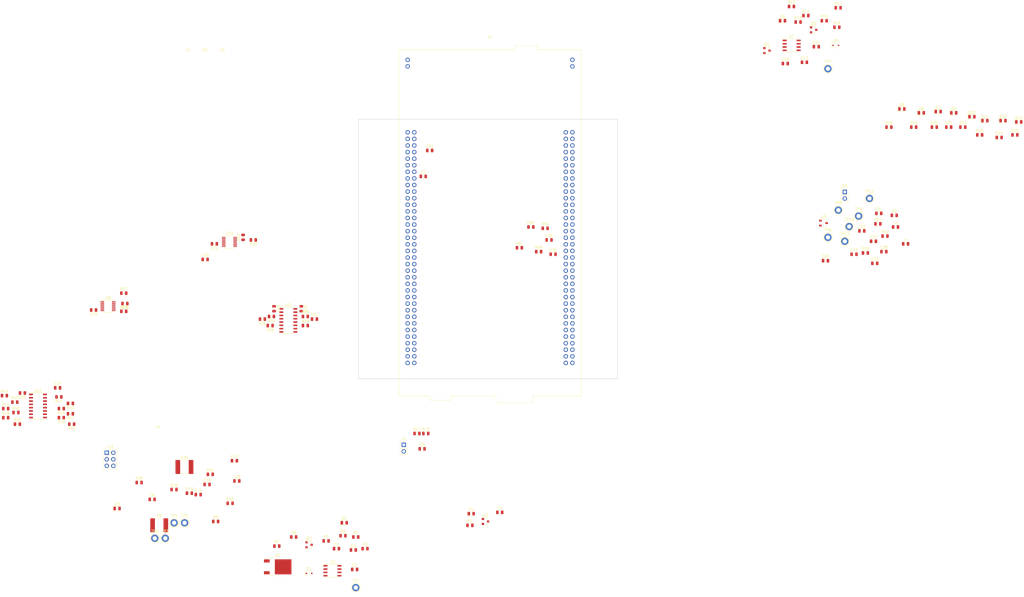
<source format=kicad_pcb>
(kicad_pcb (version 20171130) (host pcbnew "(5.0.2)-1")
  (layers (0 F.Cu signal) (31 B.Cu signal) (34 B.Paste user) (35 F.Paste user) (36 B.SilkS user) (37 F.SilkS user) (38 B.Mask user) (39 F.Mask user) (44 Edge.Cuts user))
  (net 0 "")
  (net 1 GNDPWR)
  (net 2 +12V)
  (net 3 /PB1)
  (net 4 GND)
  (net 5 +5V)
  (net 6 "Net-(C5-Pad1)")
  (net 7 +3V3)
  (net 8 "Net-(C8-Pad2)")
  (net 9 "Net-(C8-Pad1)")
  (net 10 "Net-(C13-Pad1)")
  (net 11 "Net-(C14-Pad1)")
  (net 12 "Net-(C16-Pad1)")
  (net 13 "Net-(C18-Pad1)")
  (net 14 +5VL)
  (net 15 GND_A)
  (net 16 "Net-(C25-Pad1)")
  (net 17 "Net-(C27-Pad1)")
  (net 18 "Net-(C27-Pad2)")
  (net 19 /ADC1_CH3)
  (net 20 /ADC1_CH2)
  (net 21 "/Contactor Driver/CONTACTOR_V-")
  (net 22 "Net-(D2-Pad1)")
  (net 23 "Net-(D2-Pad2)")
  (net 24 "Net-(D3-Pad2)")
  (net 25 "Net-(D4-Pad1)")
  (net 26 "Net-(D5-Pad2)")
  (net 27 /RUN)
  (net 28 "Net-(D6-Pad1)")
  (net 29 "Net-(D7-Pad1)")
  (net 30 /PC3)
  (net 31 "Net-(D8-Pad1)")
  (net 32 /PC2)
  (net 33 /PC1)
  (net 34 "Net-(D9-Pad1)")
  (net 35 "Net-(D10-Pad1)")
  (net 36 /PC0)
  (net 37 /PA7)
  (net 38 "Net-(D11-Pad1)")
  (net 39 "Net-(D12-Pad1)")
  (net 40 /PA6)
  (net 41 /PA5)
  (net 42 "Net-(D13-Pad1)")
  (net 43 "Net-(FB1-Pad2)")
  (net 44 "Net-(FB1-Pad1)")
  (net 45 "Net-(FB2-Pad1)")
  (net 46 "Net-(FB2-Pad2)")
  (net 47 /I2C3_SDA)
  (net 48 /I2C3_SCL)
  (net 49 /SPI/DISP_POL)
  (net 50 /SPI/DISP_PHA)
  (net 51 /CAN/TERM_L)
  (net 52 /CAN/TERM_H)
  (net 53 "Net-(Q1-Pad1)")
  (net 54 "Net-(Q2-Pad1)")
  (net 55 "Net-(Q3-Pad1)")
  (net 56 "Net-(Q4-Pad1)")
  (net 57 "Net-(Q4-Pad3)")
  (net 58 "Net-(J1-Pad4)")
  (net 59 "Net-(R3-Pad1)")
  (net 60 "Net-(R5-Pad2)")
  (net 61 /PB0)
  (net 62 "Net-(R12-Pad1)")
  (net 63 "Net-(R14-Pad2)")
  (net 64 /FAULT)
  (net 65 /SPI/VOLT_IP)
  (net 66 "Net-(R27-Pad1)")
  (net 67 "Net-(R27-Pad2)")
  (net 68 /SPI/VOLT_IM)
  (net 69 /SPI/DISP_IP)
  (net 70 /SPI/DISP_IM)
  (net 71 "Net-(R32-Pad2)")
  (net 72 "Net-(R32-Pad1)")
  (net 73 /SPI1_CLK)
  (net 74 "Net-(R34-Pad1)")
  (net 75 "Net-(R35-Pad1)")
  (net 76 "Net-(J9-Pad2)")
  (net 77 "Net-(R36-Pad1)")
  (net 78 /SPI1_MOSI)
  (net 79 "Net-(R37-Pad1)")
  (net 80 "Net-(J9-Pad3)")
  (net 81 /SPI1_MISO)
  (net 82 "Net-(R38-Pad1)")
  (net 83 "Net-(R39-Pad1)")
  (net 84 "Net-(J9-Pad4)")
  (net 85 "Net-(R40-Pad2)")
  (net 86 /TEMP_CS1)
  (net 87 /SPI/CS1)
  (net 88 "Net-(R41-Pad2)")
  (net 89 /TEMP_CS2)
  (net 90 "Net-(R42-Pad2)")
  (net 91 "Net-(R43-Pad2)")
  (net 92 /SPI/CS2)
  (net 93 "Net-(R44-Pad2)")
  (net 94 /TEMP_CS3)
  (net 95 /SPI/CS3)
  (net 96 "Net-(R45-Pad2)")
  (net 97 /TEMP_CS4)
  (net 98 "Net-(R46-Pad2)")
  (net 99 "Net-(R47-Pad2)")
  (net 100 /SPI/CS4)
  (net 101 "Net-(R48-Pad2)")
  (net 102 /TEMP_CS5)
  (net 103 /SPI/CS5)
  (net 104 "Net-(R49-Pad2)")
  (net 105 /TEMP_CS6)
  (net 106 "Net-(R50-Pad2)")
  (net 107 /SPI/CS6)
  (net 108 "Net-(R51-Pad2)")
  (net 109 /CAN/CAN_H)
  (net 110 /CAN/CAN_L)
  (net 111 /CAN/RSlope)
  (net 112 "Net-(U1-Pad1)")
  (net 113 "Net-(U1-Pad2)")
  (net 114 "Net-(U1-Pad3)")
  (net 115 "Net-(U1-Pad4)")
  (net 116 "Net-(U1-Pad5)")
  (net 117 "Net-(U1-Pad7)")
  (net 118 "Net-(U1-Pad9)")
  (net 119 "Net-(U1-Pad10)")
  (net 120 "Net-(U1-Pad11)")
  (net 121 "Net-(U1-Pad12)")
  (net 122 "Net-(U1-Pad13)")
  (net 123 "Net-(U1-Pad14)")
  (net 124 "Net-(U1-Pad15)")
  (net 125 "Net-(U1-Pad17)")
  (net 126 "Net-(U1-Pad18)")
  (net 127 /DISPLAY_CS)
  (net 128 "Net-(U1-Pad23)")
  (net 129 "Net-(U1-Pad24)")
  (net 130 "Net-(U1-Pad25)")
  (net 131 "Net-(U1-Pad26)")
  (net 132 "Net-(U1-Pad27)")
  (net 133 "Net-(U1-Pad29)")
  (net 134 "Net-(U1-Pad30)")
  (net 135 "Net-(U1-Pad31)")
  (net 136 "Net-(U1-Pad32)")
  (net 137 "Net-(U1-Pad33)")
  (net 138 "Net-(U1-Pad39)")
  (net 139 "Net-(U1-Pad40)")
  (net 140 "Net-(U1-Pad41)")
  (net 141 "Net-(U1-Pad42)")
  (net 142 "Net-(U1-Pad43)")
  (net 143 "Net-(U1-Pad44)")
  (net 144 "Net-(U1-Pad45)")
  (net 145 "Net-(U1-Pad46)")
  (net 146 "Net-(U1-Pad47)")
  (net 147 "Net-(U1-Pad48)")
  (net 148 "Net-(U1-Pad50)")
  (net 149 "Net-(U1-Pad51)")
  (net 150 "Net-(U1-Pad52)")
  (net 151 "Net-(U1-Pad53)")
  (net 152 "Net-(U1-Pad54)")
  (net 153 "Net-(U1-Pad55)")
  (net 154 "Net-(U1-Pad56)")
  (net 155 "Net-(U1-Pad57)")
  (net 156 "Net-(U1-Pad58)")
  (net 157 "Net-(U1-Pad59)")
  (net 158 "Net-(U1-Pad61)")
  (net 159 "Net-(U1-Pad62)")
  (net 160 "Net-(U1-Pad63)")
  (net 161 "Net-(U1-Pad64)")
  (net 162 "Net-(U1-Pad65)")
  (net 163 "Net-(U1-Pad66)")
  (net 164 "Net-(U1-Pad67)")
  (net 165 "Net-(U1-Pad68)")
  (net 166 "Net-(U1-Pad69)")
  (net 167 "Net-(U1-Pad70)")
  (net 168 /CAN1_RX)
  (net 169 /CAN1_TX)
  (net 170 /PC5)
  (net 171 "Net-(U1-Pad79)")
  (net 172 "Net-(U1-Pad80)")
  (net 173 "Net-(U1-Pad82)")
  (net 174 "Net-(U1-Pad84)")
  (net 175 "Net-(U1-Pad86)")
  (net 176 /LTC6811_CS)
  (net 177 "Net-(U1-Pad90)")
  (net 178 /UART1_TX)
  (net 179 "Net-(U1-Pad94)")
  (net 180 "Net-(U1-Pad97)")
  (net 181 /UART1_RX)
  (net 182 /PC4)
  (net 183 "Net-(U1-Pad108)")
  (net 184 "Net-(U1-Pad110)")
  (net 185 "Net-(U1-Pad112)")
  (net 186 "Net-(U1-Pad113)")
  (net 187 "Net-(U1-Pad114)")
  (net 188 "Net-(U1-Pad115)")
  (net 189 "Net-(U1-Pad116)")
  (net 190 "Net-(U1-Pad117)")
  (net 191 "Net-(U1-Pad118)")
  (net 192 "Net-(U1-Pad119)")
  (net 193 "Net-(U1-Pad120)")
  (net 194 "Net-(U1-Pad121)")
  (net 195 "Net-(U1-Pad122)")
  (net 196 "Net-(U1-Pad123)")
  (net 197 "Net-(U1-Pad124)")
  (net 198 "Net-(U1-Pad125)")
  (net 199 "Net-(U1-Pad127)")
  (net 200 "Net-(U1-Pad128)")
  (net 201 "Net-(U1-Pad129)")
  (net 202 "Net-(U1-Pad130)")
  (net 203 "Net-(U1-Pad131)")
  (net 204 "Net-(U1-Pad132)")
  (net 205 "Net-(U1-Pad133)")
  (net 206 "Net-(U1-Pad134)")
  (net 207 "Net-(U1-Pad136)")
  (net 208 "Net-(U1-Pad137)")
  (net 209 "Net-(U1-Pad138)")
  (net 210 "Net-(U1-Pad139)")
  (net 211 "Net-(U1-Pad140)")
  (net 212 "Net-(U1-Pad141)")
  (net 213 "Net-(U1-Pad142)")
  (net 214 "Net-(U3-Pad1)")
  (net 215 "Net-(U3-Pad4)")
  (net 216 "Net-(U3-Pad7)")
  (net 217 "Net-(U7-Pad7)")
  (net 218 "Net-(U7-Pad4)")
  (net 219 "Net-(U7-Pad1)")
  (net 220 "Net-(U11-Pad5)")
  (net 221 "Net-(U11-Pad12)")
  (module Capacitor_SMD:C_0805_2012Metric (layer F.Cu) (at 104.0625 224)
    (fp_text reference C1 (at 0 -1.65) (layer F.SilkS))
    (fp_text value 1uF)
    (pad 1 smd roundrect (at -0.9375 0) (size 0.975 1.4) (layers F.Cu F.Paste F.Mask) (net 1 GNDPWR))
    (pad 2 smd roundrect (at 0.9375 0) (size 0.975 1.4) (layers F.Cu F.Paste F.Mask) (net 2 +12V))
  )
  (module Capacitor_SMD:C_0805_2012Metric (layer F.Cu) (at 97.0625 216)
    (fp_text reference C2 (at 0 -1.65) (layer F.SilkS))
    (fp_text value 10uF)
    (pad 2 smd roundrect (at 0.9375 0) (size 0.975 1.4) (layers F.Cu F.Paste F.Mask) (net 1 GNDPWR))
    (pad 1 smd roundrect (at -0.9375 0) (size 0.975 1.4) (layers F.Cu F.Paste F.Mask) (net 2 +12V))
  )
  (module Capacitor_SMD:C_0805_2012Metric (layer F.Cu) (at 103.5625 216.5)
    (fp_text reference C3 (at 0 -1.65) (layer F.SilkS))
    (fp_text value 0.1uF)
    (pad 2 smd roundrect (at 0.9375 0) (size 0.975 1.4) (layers F.Cu F.Paste F.Mask) (net 1 GNDPWR))
    (pad 1 smd roundrect (at -0.9375 0) (size 0.975 1.4) (layers F.Cu F.Paste F.Mask) (net 2 +12V))
  )
  (module Capacitor_SMD:C_0805_2012Metric (layer F.Cu) (at 160 202)
    (fp_text reference C4 (at 0 -1.65) (layer F.SilkS))
    (fp_text value 1uF)
    (pad 1 smd roundrect (at -0.9375 0) (size 0.975 1.4) (layers F.Cu F.Paste F.Mask) (net 3 /PB1))
    (pad 2 smd roundrect (at 0.9375 0) (size 0.975 1.4) (layers F.Cu F.Paste F.Mask) (net 4 GND))
  )
  (module Capacitor_SMD:C_2220_5650Metric (layer F.Cu) (at 28.725001 206.985001)
    (fp_text reference C5 (at 0 -3.65) (layer F.SilkS))
    (fp_text value 470pF)
    (pad 2 smd roundrect (at 2.55 0) (size 1.8 5.4) (layers F.Cu F.Paste F.Mask) (roundrect_rratio 0.138889) (net 5 +5V))
    (pad 1 smd roundrect (at -2.55 0) (size 1.8 5.4) (layers F.Cu F.Paste F.Mask) (roundrect_rratio 0.138889) (net 6 "Net-(C5-Pad1)"))
  )
  (module Capacitor_SMD:C_0805_2012Metric (layer F.Cu) (at 26 197)
    (fp_text reference C6 (at 0 -1.65) (layer F.SilkS))
    (fp_text value 4.7uF)
    (pad 2 smd roundrect (at 0.9375 0) (size 0.975 1.4) (layers F.Cu F.Paste F.Mask) (net 1 GNDPWR))
    (pad 1 smd roundrect (at -0.9375 0) (size 0.975 1.4) (layers F.Cu F.Paste F.Mask) (net 2 +12V))
  )
  (module Capacitor_SMD:C_0805_2012Metric (layer F.Cu) (at 130.5 72.5)
    (fp_text reference C7 (at 0 -1.65) (layer F.SilkS))
    (fp_text value 0.1uF)
    (pad 1 smd roundrect (at -0.9375 0) (size 0.975 1.4) (layers F.Cu F.Paste F.Mask) (net 4 GND))
    (pad 2 smd roundrect (at 0.9375 0) (size 0.975 1.4) (layers F.Cu F.Paste F.Mask) (net 7 +3V3))
  )
  (module Capacitor_SMD:C_0805_2012Metric (layer F.Cu) (at 312.0625 87.5)
    (fp_text reference C8 (at 0 -1.65) (layer F.SilkS))
    (fp_text value 0.22uF)
    (pad 2 smd roundrect (at 0.9375 0) (size 0.975 1.4) (layers F.Cu F.Paste F.Mask) (net 8 "Net-(C8-Pad2)"))
    (pad 1 smd roundrect (at -0.9375 0) (size 0.975 1.4) (layers F.Cu F.Paste F.Mask) (net 9 "Net-(C8-Pad1)"))
  )
  (module Capacitor_SMD:C_0805_2012Metric (layer F.Cu) (at 130.0625 177.5)
    (fp_text reference C9 (at 0 -1.65) (layer F.SilkS))
    (fp_text value 0.1uF)
    (pad 1 smd roundrect (at -0.9375 0) (size 0.975 1.4) (layers F.Cu F.Paste F.Mask) (net 7 +3V3))
    (pad 2 smd roundrect (at 0.9375 0) (size 0.975 1.4) (layers F.Cu F.Paste F.Mask) (net 4 GND))
  )
  (module Capacitor_SMD:C_0805_2012Metric (layer F.Cu) (at 270.0625 29)
    (fp_text reference C10 (at 0 -1.65) (layer F.SilkS))
    (fp_text value 1uF)
    (pad 2 smd roundrect (at 0.9375 0) (size 0.975 1.4) (layers F.Cu F.Paste F.Mask) (net 2 +12V))
    (pad 1 smd roundrect (at -0.9375 0) (size 0.975 1.4) (layers F.Cu F.Paste F.Mask) (net 1 GNDPWR))
  )
  (module Capacitor_SMD:C_0805_2012Metric (layer F.Cu) (at 282 22.5)
    (fp_text reference C11 (at 0 -1.65) (layer F.SilkS))
    (fp_text value 10uF)
    (pad 2 smd roundrect (at 0.9375 0) (size 0.975 1.4) (layers F.Cu F.Paste F.Mask) (net 1 GNDPWR))
    (pad 1 smd roundrect (at -0.9375 0) (size 0.975 1.4) (layers F.Cu F.Paste F.Mask) (net 2 +12V))
  )
  (module Capacitor_SMD:C_0805_2012Metric (layer F.Cu) (at 277.4375 28.5)
    (fp_text reference C12 (at 0 -1.65) (layer F.SilkS))
    (fp_text value 0.1uF)
    (pad 1 smd roundrect (at -0.9375 0) (size 0.975 1.4) (layers F.Cu F.Paste F.Mask) (net 2 +12V))
    (pad 2 smd roundrect (at 0.9375 0) (size 0.975 1.4) (layers F.Cu F.Paste F.Mask) (net 1 GNDPWR))
  )
  (module Capacitor_SMD:C_0805_2012Metric (layer F.Cu) (at 57.715001 182.095001)
    (fp_text reference C13 (at 0 -1.65) (layer F.SilkS))
    (fp_text value 0.01uF)
    (pad 1 smd roundrect (at -0.9375 0) (size 0.975 1.4) (layers F.Cu F.Paste F.Mask) (net 10 "Net-(C13-Pad1)"))
    (pad 2 smd roundrect (at 0.9375 0) (size 0.975 1.4) (layers F.Cu F.Paste F.Mask) (net 4 GND))
  )
  (module Capacitor_SMD:C_0805_2012Metric (layer F.Cu) (at 43.765001 195.145001)
    (fp_text reference C14 (at 0 -1.65) (layer F.SilkS))
    (fp_text value 0.01uF)
    (pad 2 smd roundrect (at 0.9375 0) (size 0.975 1.4) (layers F.Cu F.Paste F.Mask) (net 4 GND))
    (pad 1 smd roundrect (at -0.9375 0) (size 0.975 1.4) (layers F.Cu F.Paste F.Mask) (net 11 "Net-(C14-Pad1)"))
  )
  (module Capacitor_SMD:C_0805_2012Metric (layer F.Cu) (at 3.4375 124 180)
    (fp_text reference C15 (at 0 -1.65 180) (layer F.SilkS))
    (fp_text value 0.1uF)
    (pad 1 smd roundrect (at -0.9375 0 180) (size 0.975 1.4) (layers F.Cu F.Paste F.Mask) (net 7 +3V3))
    (pad 2 smd roundrect (at 0.9375 0 180) (size 0.975 1.4) (layers F.Cu F.Paste F.Mask) (net 4 GND))
  )
  (module Capacitor_SMD:C_0805_2012Metric (layer F.Cu) (at 47.175001 191.245001)
    (fp_text reference C16 (at 0 -1.65) (layer F.SilkS))
    (fp_text value 0.01uF)
    (pad 1 smd roundrect (at -0.9375 0) (size 0.975 1.4) (layers F.Cu F.Paste F.Mask) (net 12 "Net-(C16-Pad1)"))
    (pad 2 smd roundrect (at 0.9375 0) (size 0.975 1.4) (layers F.Cu F.Paste F.Mask) (net 4 GND))
  )
  (module Capacitor_SMD:C_0805_2012Metric (layer F.Cu) (at 15.0625 124.5)
    (fp_text reference C17 (at 0 -1.65) (layer F.SilkS))
    (fp_text value 0.1uF)
    (pad 1 smd roundrect (at -0.9375 0) (size 0.975 1.4) (layers F.Cu F.Paste F.Mask) (net 5 +5V))
    (pad 2 smd roundrect (at 0.9375 0) (size 0.975 1.4) (layers F.Cu F.Paste F.Mask) (net 4 GND))
  )
  (module Capacitor_SMD:C_0805_2012Metric (layer F.Cu) (at 40.355001 194.595001)
    (fp_text reference C18 (at 0 -1.65) (layer F.SilkS))
    (fp_text value 0.01uF)
    (pad 2 smd roundrect (at 0.9375 0) (size 0.975 1.4) (layers F.Cu F.Paste F.Mask) (net 4 GND))
    (pad 1 smd roundrect (at -0.9375 0) (size 0.975 1.4) (layers F.Cu F.Paste F.Mask) (net 13 "Net-(C18-Pad1)"))
  )
  (module Capacitor_SMD:C_0805_2012Metric (layer F.Cu) (at 73 123.5 270)
    (fp_text reference C19 (at 0 -1.65 270) (layer F.SilkS))
    (fp_text value 0.1uF)
    (pad 2 smd roundrect (at 0.9375 0 270) (size 0.975 1.4) (layers F.Cu F.Paste F.Mask) (net 4 GND))
    (pad 1 smd roundrect (at -0.9375 0 270) (size 0.975 1.4) (layers F.Cu F.Paste F.Mask) (net 5 +5V))
  )
  (module Capacitor_SMD:C_0805_2012Metric (layer F.Cu) (at 83.5 123.5 270)
    (fp_text reference C20 (at 0 -1.65 270) (layer F.SilkS))
    (fp_text value 0.1uF)
    (pad 1 smd roundrect (at -0.9375 0 270) (size 0.975 1.4) (layers F.Cu F.Paste F.Mask) (net 14 +5VL))
    (pad 2 smd roundrect (at 0.9375 0 270) (size 0.975 1.4) (layers F.Cu F.Paste F.Mask) (net 15 GND_A))
  )
  (module Capacitor_SMD:C_0805_2012Metric (layer F.Cu) (at 50 98.5 180)
    (fp_text reference C21 (at 0 -1.65 180) (layer F.SilkS))
    (fp_text value 0.1uF)
    (pad 2 smd roundrect (at 0.9375 0 180) (size 0.975 1.4) (layers F.Cu F.Paste F.Mask) (net 4 GND))
    (pad 1 smd roundrect (at -0.9375 0 180) (size 0.975 1.4) (layers F.Cu F.Paste F.Mask) (net 7 +3V3))
  )
  (module Capacitor_SMD:C_0805_2012Metric (layer F.Cu) (at 46.4375 104.5)
    (fp_text reference C22 (at 0 -1.65) (layer F.SilkS))
    (fp_text value 0.1uF)
    (pad 1 smd roundrect (at -0.9375 0) (size 0.975 1.4) (layers F.Cu F.Paste F.Mask) (net 5 +5V))
    (pad 2 smd roundrect (at 0.9375 0) (size 0.975 1.4) (layers F.Cu F.Paste F.Mask) (net 4 GND))
  )
  (module Capacitor_SMD:C_0805_2012Metric (layer F.Cu) (at -24 156 180)
    (fp_text reference C23 (at 0 -1.65 180) (layer F.SilkS))
    (fp_text value 0.1uF)
    (pad 2 smd roundrect (at 0.9375 0 180) (size 0.975 1.4) (layers F.Cu F.Paste F.Mask) (net 4 GND))
    (pad 1 smd roundrect (at -0.9375 0 180) (size 0.975 1.4) (layers F.Cu F.Paste F.Mask) (net 5 +5V))
  )
  (module Capacitor_SMD:C_0805_2012Metric (layer F.Cu) (at -10.4375 154)
    (fp_text reference C24 (at 0 -1.65) (layer F.SilkS))
    (fp_text value 0.1uF)
    (pad 2 smd roundrect (at 0.9375 0) (size 0.975 1.4) (layers F.Cu F.Paste F.Mask) (net 15 GND_A))
    (pad 1 smd roundrect (at -0.9375 0) (size 0.975 1.4) (layers F.Cu F.Paste F.Mask) (net 14 +5VL))
  )
  (module Capacitor_SMD:C_2220_5650Metric (layer F.Cu) (at 38.45 184.5)
    (fp_text reference C25 (at 0 -3.65) (layer F.SilkS))
    (fp_text value 470pF)
    (pad 1 smd roundrect (at -2.55 0) (size 1.8 5.4) (layers F.Cu F.Paste F.Mask) (roundrect_rratio 0.138889) (net 16 "Net-(C25-Pad1)"))
    (pad 2 smd roundrect (at 2.55 0) (size 1.8 5.4) (layers F.Cu F.Paste F.Mask) (roundrect_rratio 0.138889) (net 14 +5VL))
  )
  (module Capacitor_SMD:C_0805_2012Metric (layer F.Cu) (at 58.655001 189.895001)
    (fp_text reference C26 (at 0 -1.65) (layer F.SilkS))
    (fp_text value 4.7uF)
    (pad 1 smd roundrect (at -0.9375 0) (size 0.975 1.4) (layers F.Cu F.Paste F.Mask) (net 2 +12V))
    (pad 2 smd roundrect (at 0.9375 0) (size 0.975 1.4) (layers F.Cu F.Paste F.Mask) (net 1 GNDPWR))
  )
  (module Capacitor_SMD:C_0805_2012Metric (layer F.Cu) (at 304.0625 97.5)
    (fp_text reference C27 (at 0 -1.65) (layer F.SilkS))
    (fp_text value 10uF)
    (pad 1 smd roundrect (at -0.9375 0) (size 0.975 1.4) (layers F.Cu F.Paste F.Mask) (net 17 "Net-(C27-Pad1)"))
    (pad 2 smd roundrect (at 0.9375 0) (size 0.975 1.4) (layers F.Cu F.Paste F.Mask) (net 18 "Net-(C27-Pad2)"))
  )
  (module Capacitor_SMD:C_0805_2012Metric (layer F.Cu) (at 308.0625 101.5)
    (fp_text reference C28 (at 0 -1.65) (layer F.SilkS))
    (fp_text value 0.1uF)
    (pad 2 smd roundrect (at 0.9375 0) (size 0.975 1.4) (layers F.Cu F.Paste F.Mask) (net 18 "Net-(C27-Pad2)"))
    (pad 1 smd roundrect (at -0.9375 0) (size 0.975 1.4) (layers F.Cu F.Paste F.Mask) (net 17 "Net-(C27-Pad1)"))
  )
  (module Capacitor_SMD:C_0805_2012Metric (layer F.Cu) (at 304.5625 106)
    (fp_text reference C29 (at 0 -1.65) (layer F.SilkS))
    (fp_text value 0.01uF)
    (pad 2 smd roundrect (at 0.9375 0) (size 0.975 1.4) (layers F.Cu F.Paste F.Mask) (net 18 "Net-(C27-Pad2)"))
    (pad 1 smd roundrect (at -0.9375 0) (size 0.975 1.4) (layers F.Cu F.Paste F.Mask) (net 17 "Net-(C27-Pad1)"))
  )
  (module Capacitor_SMD:C_0805_2012Metric (layer F.Cu) (at 285.5625 105)
    (fp_text reference C30 (at 0 -1.65) (layer F.SilkS))
    (fp_text value 10uF)
    (pad 1 smd roundrect (at -0.9375 0) (size 0.975 1.4) (layers F.Cu F.Paste F.Mask) (net 5 +5V))
    (pad 2 smd roundrect (at 0.9375 0) (size 0.975 1.4) (layers F.Cu F.Paste F.Mask) (net 4 GND))
  )
  (module Capacitor_SMD:C_0805_2012Metric (layer F.Cu) (at 306.105001 86.735001)
    (fp_text reference C31 (at 0 -1.65) (layer F.SilkS))
    (fp_text value 0.1uF)
    (pad 1 smd roundrect (at -0.9375 0) (size 0.975 1.4) (layers F.Cu F.Paste F.Mask) (net 5 +5V))
    (pad 2 smd roundrect (at 0.9375 0) (size 0.975 1.4) (layers F.Cu F.Paste F.Mask) (net 4 GND))
  )
  (module Capacitor_SMD:C_0805_2012Metric (layer F.Cu) (at 299.5625 93.5)
    (fp_text reference C32 (at 0 -1.65) (layer F.SilkS))
    (fp_text value 0.1uF)
    (pad 1 smd roundrect (at -0.9375 0) (size 0.975 1.4) (layers F.Cu F.Paste F.Mask) (net 7 +3V3))
    (pad 2 smd roundrect (at 0.9375 0) (size 0.975 1.4) (layers F.Cu F.Paste F.Mask) (net 4 GND))
  )
  (module Capacitor_SMD:C_0805_2012Metric (layer F.Cu) (at 296.5625 102.5)
    (fp_text reference C33 (at 0 -1.65) (layer F.SilkS))
    (fp_text value 0.01uF)
    (pad 2 smd roundrect (at 0.9375 0) (size 0.975 1.4) (layers F.Cu F.Paste F.Mask) (net 4 GND))
    (pad 1 smd roundrect (at -0.9375 0) (size 0.975 1.4) (layers F.Cu F.Paste F.Mask) (net 7 +3V3))
  )
  (module Capacitor_SMD:C_0805_2012Metric (layer F.Cu) (at 133 62.5)
    (fp_text reference C34 (at 0 -1.65) (layer F.SilkS))
    (fp_text value 0.1uF)
    (pad 2 smd roundrect (at 0.9375 0) (size 0.975 1.4) (layers F.Cu F.Paste F.Mask) (net 4 GND))
    (pad 1 smd roundrect (at -0.9375 0) (size 0.975 1.4) (layers F.Cu F.Paste F.Mask) (net 5 +5V))
  )
  (module Capacitor_SMD:C_0805_2012Metric (layer F.Cu) (at 180.5625 102.5)
    (fp_text reference C35 (at 0 -1.65) (layer F.SilkS))
    (fp_text value 1u)
    (pad 2 smd roundrect (at 0.9375 0) (size 0.975 1.4) (layers F.Cu F.Paste F.Mask) (net 19 /ADC1_CH3))
    (pad 1 smd roundrect (at -0.9375 0) (size 0.975 1.4) (layers F.Cu F.Paste F.Mask) (net 4 GND))
  )
  (module Capacitor_SMD:C_0805_2012Metric (layer F.Cu) (at 179 97)
    (fp_text reference C36 (at 0 -1.65) (layer F.SilkS))
    (fp_text value 1u)
    (pad 1 smd roundrect (at -0.9375 0) (size 0.975 1.4) (layers F.Cu F.Paste F.Mask) (net 4 GND))
    (pad 2 smd roundrect (at 0.9375 0) (size 0.975 1.4) (layers F.Cu F.Paste F.Mask) (net 20 /ADC1_CH2))
  )
  (module Diode_SMD:D_SOD-323 (layer F.Cu) (at 86.5 225.5)
    (fp_text reference D1 (at 0 -1.85) (layer F.SilkS))
    (fp_text value 1N4148WS)
    (pad 2 smd rect (at 1.05 0) (size 0.6 0.45) (layers F.Cu F.Paste F.Mask) (net 21 "/Contactor Driver/CONTACTOR_V-"))
    (pad 1 smd rect (at -1.05 0) (size 0.6 0.45) (layers F.Cu F.Paste F.Mask) (net 2 +12V))
  )
  (module LED_SMD:LED_0805_2012Metric (layer F.Cu) (at 100.0625 206)
    (fp_text reference D2 (at 0 -1.65) (layer F.SilkS))
    (fp_text value ContactorEn)
    (pad 1 smd roundrect (at -0.9375 0) (size 0.975 1.4) (layers F.Cu F.Paste F.Mask) (net 22 "Net-(D2-Pad1)"))
    (pad 2 smd roundrect (at 0.9375 0) (size 0.975 1.4) (layers F.Cu F.Paste F.Mask) (net 23 "Net-(D2-Pad2)"))
  )
  (module LED_SMD:LED_0805_2012Metric (layer F.Cu) (at 12.5 200.5)
    (fp_text reference D3 (at 0 -1.65) (layer F.SilkS))
    (fp_text value PowerOn)
    (pad 1 smd roundrect (at -0.9375 0) (size 0.975 1.4) (layers F.Cu F.Paste F.Mask) (net 4 GND))
    (pad 2 smd roundrect (at 0.9375 0) (size 0.975 1.4) (layers F.Cu F.Paste F.Mask) (net 24 "Net-(D3-Pad2)"))
  )
  (module LED_SMD:LED_0805_2012Metric (layer F.Cu) (at 269 12.5)
    (fp_text reference D4 (at 0 -1.65) (layer F.SilkS))
    (fp_text value Fault)
    (pad 2 smd roundrect (at 0.9375 0) (size 0.975 1.4) (layers F.Cu F.Paste F.Mask) (net 5 +5V))
    (pad 1 smd roundrect (at -0.9375 0) (size 0.975 1.4) (layers F.Cu F.Paste F.Mask) (net 25 "Net-(D4-Pad1)"))
  )
  (module Diode_SMD:D_SOD-323 (layer F.Cu) (at 289.5 22)
    (fp_text reference D5 (at 0 -1.85) (layer F.SilkS))
    (fp_text value 1N4148WS)
    (pad 1 smd rect (at -1.05 0) (size 0.6 0.45) (layers F.Cu F.Paste F.Mask) (net 2 +12V))
    (pad 2 smd rect (at 1.05 0) (size 0.6 0.45) (layers F.Cu F.Paste F.Mask) (net 26 "Net-(D5-Pad2)"))
  )
  (module LED_SMD:LED_0805_2012Metric (layer F.Cu) (at 315 46.5)
    (fp_text reference D6 (at 0 -1.65) (layer F.SilkS))
    (fp_text value Heartbeat)
    (pad 2 smd roundrect (at 0.9375 0) (size 0.975 1.4) (layers F.Cu F.Paste F.Mask) (net 27 /RUN))
    (pad 1 smd roundrect (at -0.9375 0) (size 0.975 1.4) (layers F.Cu F.Paste F.Mask) (net 28 "Net-(D6-Pad1)"))
  )
  (module LED_SMD:LED_0805_2012Metric (layer F.Cu) (at 329 47.5)
    (fp_text reference D7 (at 0 -1.65) (layer F.SilkS))
    (fp_text value UVolt)
    (pad 1 smd roundrect (at -0.9375 0) (size 0.975 1.4) (layers F.Cu F.Paste F.Mask) (net 29 "Net-(D7-Pad1)"))
    (pad 2 smd roundrect (at 0.9375 0) (size 0.975 1.4) (layers F.Cu F.Paste F.Mask) (net 30 /PC3))
  )
  (module LED_SMD:LED_0805_2012Metric (layer F.Cu) (at 322.5 48)
    (fp_text reference D8 (at 0 -1.65) (layer F.SilkS))
    (fp_text value OVolt)
    (pad 1 smd roundrect (at -0.9375 0) (size 0.975 1.4) (layers F.Cu F.Paste F.Mask) (net 31 "Net-(D8-Pad1)"))
    (pad 2 smd roundrect (at 0.9375 0) (size 0.975 1.4) (layers F.Cu F.Paste F.Mask) (net 32 /PC2))
  )
  (module LED_SMD:LED_0805_2012Metric (layer F.Cu) (at 335 48)
    (fp_text reference D9 (at 0 -1.65) (layer F.SilkS))
    (fp_text value OTemp)
    (pad 2 smd roundrect (at 0.9375 0) (size 0.975 1.4) (layers F.Cu F.Paste F.Mask) (net 33 /PC1))
    (pad 1 smd roundrect (at -0.9375 0) (size 0.975 1.4) (layers F.Cu F.Paste F.Mask) (net 34 "Net-(D9-Pad1)"))
  )
  (module LED_SMD:LED_0805_2012Metric (layer F.Cu) (at 342 49.5)
    (fp_text reference D10 (at 0 -1.65) (layer F.SilkS))
    (fp_text value OCurr)
    (pad 1 smd roundrect (at -0.9375 0) (size 0.975 1.4) (layers F.Cu F.Paste F.Mask) (net 35 "Net-(D10-Pad1)"))
    (pad 2 smd roundrect (at 0.9375 0) (size 0.975 1.4) (layers F.Cu F.Paste F.Mask) (net 36 /PC0))
  )
  (module LED_SMD:LED_0805_2012Metric (layer F.Cu) (at 347 51)
    (fp_text reference D11 (at 0 -1.65) (layer F.SilkS))
    (fp_text value WDError)
    (pad 2 smd roundrect (at 0.9375 0) (size 0.975 1.4) (layers F.Cu F.Paste F.Mask) (net 37 /PA7))
    (pad 1 smd roundrect (at -0.9375 0) (size 0.975 1.4) (layers F.Cu F.Paste F.Mask) (net 38 "Net-(D11-Pad1)"))
  )
  (module LED_SMD:LED_0805_2012Metric (layer F.Cu) (at 354 51)
    (fp_text reference D12 (at 0 -1.65) (layer F.SilkS))
    (fp_text value CANError)
    (pad 1 smd roundrect (at -0.9375 0) (size 0.975 1.4) (layers F.Cu F.Paste F.Mask) (net 39 "Net-(D12-Pad1)"))
    (pad 2 smd roundrect (at 0.9375 0) (size 0.975 1.4) (layers F.Cu F.Paste F.Mask) (net 40 /PA6))
  )
  (module LED_SMD:LED_0805_2012Metric (layer F.Cu) (at 360.0625 51.5)
    (fp_text reference D13 (at 0 -1.65) (layer F.SilkS))
    (fp_text value Extra)
    (pad 2 smd roundrect (at 0.9375 0) (size 0.975 1.4) (layers F.Cu F.Paste F.Mask) (net 41 /PA5))
    (pad 1 smd roundrect (at -0.9375 0) (size 0.975 1.4) (layers F.Cu F.Paste F.Mask) (net 42 "Net-(D13-Pad1)"))
  )
  (module Inductor_SMD:L_0805_2012Metric (layer F.Cu) (at 167.5625 100)
    (fp_text reference FB1 (at 0 -1.65) (layer F.SilkS))
    (fp_text value 600)
    (pad 2 smd roundrect (at 0.9375 0) (size 0.975 1.4) (layers F.Cu F.Paste F.Mask) (net 43 "Net-(FB1-Pad2)"))
    (pad 1 smd roundrect (at -0.9375 0) (size 0.975 1.4) (layers F.Cu F.Paste F.Mask) (net 44 "Net-(FB1-Pad1)"))
  )
  (module Inductor_SMD:L_0805_2012Metric (layer F.Cu) (at 172 92)
    (fp_text reference FB2 (at 0 -1.65) (layer F.SilkS))
    (fp_text value 600)
    (pad 1 smd roundrect (at -0.9375 0) (size 0.975 1.4) (layers F.Cu F.Paste F.Mask) (net 45 "Net-(FB2-Pad1)"))
    (pad 2 smd roundrect (at 0.9375 0) (size 0.975 1.4) (layers F.Cu F.Paste F.Mask) (net 46 "Net-(FB2-Pad2)"))
  )
  (module MountingHole:MountingHole_3mm (layer F.Cu) (at 39.825001 27.775001)
    (fp_text reference H1 (at 0 -4) (layer F.SilkS))
    (fp_text value MountingHole)
    (pad 1 np_thru_hole circle (at 0 0) (size 3 3) (drill 3) (layers *.Cu *.Mask))
  )
  (module MountingHole:MountingHole_3mm (layer F.Cu) (at 46.375001 27.775001)
    (fp_text reference H2 (at 0 -4) (layer F.SilkS))
    (fp_text value MountingHole)
    (pad 1 np_thru_hole circle (at 0 0) (size 3 3) (drill 3) (layers *.Cu *.Mask))
  )
  (module MountingHole:MountingHole_3mm (layer F.Cu) (at 52.925001 27.775001)
    (fp_text reference H3 (at 0 -4) (layer F.SilkS))
    (fp_text value MountingHole)
    (pad 1 np_thru_hole circle (at 0 0) (size 3 3) (drill 3) (layers *.Cu *.Mask))
  )
  (module MountingHole:MountingHole_3mm (layer F.Cu) (at 28.275001 173.165001)
    (fp_text reference H4 (at 0 -4) (layer F.SilkS))
    (fp_text value MountingHole)
    (pad 1 np_thru_hole circle (at 0 0) (size 3 3) (drill 3) (layers *.Cu *.Mask))
  )
  (module Connector_PinHeader_2.54mm:PinHeader_1x02_P2.54mm_Vertical (layer F.Cu) (at 123 175.96)
    (fp_text reference J3 (at 0 -2.33) (layer F.SilkS))
    (fp_text value Conn_01x03)
    (pad 2 thru_hole oval (at 0 2.54) (size 1.7 1.7) (drill 1) (layers *.Cu *.Mask) (net 47 /I2C3_SDA))
    (pad 1 thru_hole rect (at 0 0) (size 1.7 1.7) (drill 1) (layers *.Cu *.Mask) (net 48 /I2C3_SCL))
  )
  (module Connector_PinHeader_2.54mm:PinHeader_2x03_P2.54mm_Vertical (layer F.Cu) (at 8.5 179)
    (fp_text reference J10 (at 1.27 -2.33) (layer F.SilkS))
    (fp_text value DisplayJumper)
    (pad 1 thru_hole rect (at 0 0) (size 1.7 1.7) (drill 1) (layers *.Cu *.Mask) (net 7 +3V3))
    (pad 2 thru_hole oval (at 2.54 0) (size 1.7 1.7) (drill 1) (layers *.Cu *.Mask) (net 7 +3V3))
    (pad 3 thru_hole oval (at 0 2.54) (size 1.7 1.7) (drill 1) (layers *.Cu *.Mask) (net 49 /SPI/DISP_POL))
    (pad 4 thru_hole oval (at 2.54 2.54) (size 1.7 1.7) (drill 1) (layers *.Cu *.Mask) (net 50 /SPI/DISP_PHA))
    (pad 5 thru_hole oval (at 0 5.08) (size 1.7 1.7) (drill 1) (layers *.Cu *.Mask) (net 4 GND))
    (pad 6 thru_hole oval (at 2.54 5.08) (size 1.7 1.7) (drill 1) (layers *.Cu *.Mask) (net 4 GND))
  )
  (module Connector_PinHeader_2.54mm:PinHeader_1x02_P2.54mm_Vertical (layer F.Cu) (at 293 78.5)
    (fp_text reference JP1 (at 0 -2.33) (layer F.SilkS))
    (fp_text value "Termination Resistors")
    (pad 1 thru_hole rect (at 0 0) (size 1.7 1.7) (drill 1) (layers *.Cu *.Mask) (net 51 /CAN/TERM_L))
    (pad 2 thru_hole oval (at 0 2.54) (size 1.7 1.7) (drill 1) (layers *.Cu *.Mask) (net 52 /CAN/TERM_H))
  )
  (module Inductor_SMD:L_0805_2012Metric (layer F.Cu) (at 312.5625 92)
    (fp_text reference L3 (at 0 -1.65) (layer F.SilkS))
    (fp_text value 2kH)
    (pad 1 smd roundrect (at -0.9375 0) (size 0.975 1.4) (layers F.Cu F.Paste F.Mask) (net 17 "Net-(C27-Pad1)"))
    (pad 2 smd roundrect (at 0.9375 0) (size 0.975 1.4) (layers F.Cu F.Paste F.Mask) (net 9 "Net-(C8-Pad1)"))
  )
  (module Inductor_SMD:L_0805_2012Metric (layer F.Cu) (at 316.4375 98.5)
    (fp_text reference L4 (at 0 -1.65) (layer F.SilkS))
    (fp_text value 2kH)
    (pad 2 smd roundrect (at 0.9375 0) (size 0.975 1.4) (layers F.Cu F.Paste F.Mask) (net 8 "Net-(C8-Pad2)"))
    (pad 1 smd roundrect (at -0.9375 0) (size 0.975 1.4) (layers F.Cu F.Paste F.Mask) (net 18 "Net-(C27-Pad2)"))
  )
  (module Package_TO_SOT_SMD:TO-252-2 (layer F.Cu) (at 74.4 223)
    (fp_text reference Q1 (at 0 -4.5) (layer F.SilkS))
    (fp_text value VND5N07-E)
    (pad 1 smd rect (at -4.2 -2.28) (size 2.2 1.2) (layers F.Cu F.Paste F.Mask) (net 53 "Net-(Q1-Pad1)"))
    (pad 3 smd rect (at -4.2 2.28) (size 2.2 1.2) (layers F.Cu F.Paste F.Mask) (net 1 GNDPWR))
    (pad 2 smd rect (at 2.1 0) (size 6.4 5.8) (layers F.Cu F.Mask) (net 21 "/Contactor Driver/CONTACTOR_V-"))
  )
  (module Package_TO_SOT_SMD:SOT-23 (layer F.Cu) (at 86.5 214.5)
    (fp_text reference Q2 (at 0 -2.5) (layer F.SilkS))
    (fp_text value NTR4003NT1G)
    (pad 3 smd rect (at 1 0) (size 0.9 0.8) (layers F.Cu F.Paste F.Mask) (net 22 "Net-(D2-Pad1)"))
    (pad 2 smd rect (at -1 0.95) (size 0.9 0.8) (layers F.Cu F.Paste F.Mask) (net 4 GND))
    (pad 1 smd rect (at -1 -0.95) (size 0.9 0.8) (layers F.Cu F.Paste F.Mask) (net 54 "Net-(Q2-Pad1)"))
  )
  (module Package_TO_SOT_SMD:SOT-23 (layer F.Cu) (at 281 16)
    (fp_text reference Q3 (at 0 -2.5) (layer F.SilkS))
    (fp_text value NTR4003NT1G)
    (pad 3 smd rect (at 1 0) (size 0.9 0.8) (layers F.Cu F.Paste F.Mask) (net 26 "Net-(D5-Pad2)"))
    (pad 2 smd rect (at -1 0.95) (size 0.9 0.8) (layers F.Cu F.Paste F.Mask) (net 1 GNDPWR))
    (pad 1 smd rect (at -1 -0.95) (size 0.9 0.8) (layers F.Cu F.Paste F.Mask) (net 55 "Net-(Q3-Pad1)"))
  )
  (module Package_TO_SOT_SMD:SOT-23 (layer F.Cu) (at 263 24)
    (fp_text reference Q4 (at 0 -2.5) (layer F.SilkS))
    (fp_text value NTR4003NT1G)
    (pad 1 smd rect (at -1 -0.95) (size 0.9 0.8) (layers F.Cu F.Paste F.Mask) (net 56 "Net-(Q4-Pad1)"))
    (pad 2 smd rect (at -1 0.95) (size 0.9 0.8) (layers F.Cu F.Paste F.Mask) (net 4 GND))
    (pad 3 smd rect (at 1 0) (size 0.9 0.8) (layers F.Cu F.Paste F.Mask) (net 57 "Net-(Q4-Pad3)"))
  )
  (module Resistor_SMD:R_0805_2012Metric (layer F.Cu) (at 104.5 211.5)
    (fp_text reference R1 (at 0 -1.65) (layer F.SilkS))
    (fp_text value 1.5k)
    (pad 2 smd roundrect (at 0.9375 0) (size 0.975 1.4) (layers F.Cu F.Paste F.Mask) (net 23 "Net-(D2-Pad2)"))
    (pad 1 smd roundrect (at -0.9375 0) (size 0.975 1.4) (layers F.Cu F.Paste F.Mask) (net 5 +5V))
  )
  (module Resistor_SMD:R_0805_2012Metric (layer F.Cu) (at 148.5 207)
    (fp_text reference R2 (at 0 -1.65) (layer F.SilkS))
    (fp_text value 4.7k)
    (pad 2 smd roundrect (at 0.9375 0) (size 0.975 1.4) (layers F.Cu F.Paste F.Mask) (net 5 +5V))
    (pad 1 smd roundrect (at -0.9375 0) (size 0.975 1.4) (layers F.Cu F.Paste F.Mask) (net 58 "Net-(J1-Pad4)"))
  )
  (module Resistor_SMD:R_0805_2012Metric (layer F.Cu) (at 108.0625 216)
    (fp_text reference R3 (at 0 -1.65) (layer F.SilkS))
    (fp_text value 470)
    (pad 2 smd roundrect (at 0.9375 0) (size 0.975 1.4) (layers F.Cu F.Paste F.Mask) (net 5 +5V))
    (pad 1 smd roundrect (at -0.9375 0) (size 0.975 1.4) (layers F.Cu F.Paste F.Mask) (net 59 "Net-(R3-Pad1)"))
  )
  (module Resistor_SMD:R_0805_2012Metric (layer F.Cu) (at 149 202.5)
    (fp_text reference R4 (at 0 -1.65) (layer F.SilkS))
    (fp_text value 1k)
    (pad 1 smd roundrect (at -0.9375 0) (size 0.975 1.4) (layers F.Cu F.Paste F.Mask) (net 3 /PB1))
    (pad 2 smd roundrect (at 0.9375 0) (size 0.975 1.4) (layers F.Cu F.Paste F.Mask) (net 58 "Net-(J1-Pad4)"))
  )
  (module Resistor_SMD:R_0805_2012Metric (layer F.Cu) (at 93.0625 213)
    (fp_text reference R5 (at 0 -1.65) (layer F.SilkS))
    (fp_text value 0)
    (pad 2 smd roundrect (at 0.9375 0) (size 0.975 1.4) (layers F.Cu F.Paste F.Mask) (net 60 "Net-(R5-Pad2)"))
    (pad 1 smd roundrect (at -0.9375 0) (size 0.975 1.4) (layers F.Cu F.Paste F.Mask) (net 53 "Net-(Q1-Pad1)"))
  )
  (module Resistor_SMD:R_0805_2012Metric (layer F.Cu) (at 99.5625 211)
    (fp_text reference R6 (at 0 -1.65) (layer F.SilkS))
    (fp_text value 10k)
    (pad 1 smd roundrect (at -0.9375 0) (size 0.975 1.4) (layers F.Cu F.Paste F.Mask) (net 53 "Net-(Q1-Pad1)"))
    (pad 2 smd roundrect (at 0.9375 0) (size 0.975 1.4) (layers F.Cu F.Paste F.Mask) (net 1 GNDPWR))
  )
  (module Resistor_SMD:R_0805_2012Metric (layer F.Cu) (at 74.0625 215)
    (fp_text reference R7 (at 0 -1.65) (layer F.SilkS))
    (fp_text value 0)
    (pad 2 smd roundrect (at 0.9375 0) (size 0.975 1.4) (layers F.Cu F.Paste F.Mask) (net 61 /PB0))
    (pad 1 smd roundrect (at -0.9375 0) (size 0.975 1.4) (layers F.Cu F.Paste F.Mask) (net 54 "Net-(Q2-Pad1)"))
  )
  (module Resistor_SMD:R_0805_2012Metric (layer F.Cu) (at 80.5625 211.5)
    (fp_text reference R8 (at 0 -1.65) (layer F.SilkS))
    (fp_text value 10k)
    (pad 1 smd roundrect (at -0.9375 0) (size 0.975 1.4) (layers F.Cu F.Paste F.Mask) (net 54 "Net-(Q2-Pad1)"))
    (pad 2 smd roundrect (at 0.9375 0) (size 0.975 1.4) (layers F.Cu F.Paste F.Mask) (net 4 GND))
  )
  (module Resistor_SMD:R_0805_2012Metric (layer F.Cu) (at 50.5 205.5)
    (fp_text reference R9 (at 0 -1.65) (layer F.SilkS))
    (fp_text value 1.5k)
    (pad 1 smd roundrect (at -0.9375 0) (size 0.975 1.4) (layers F.Cu F.Paste F.Mask) (net 5 +5V))
    (pad 2 smd roundrect (at 0.9375 0) (size 0.975 1.4) (layers F.Cu F.Paste F.Mask) (net 24 "Net-(D3-Pad2)"))
  )
  (module Resistor_SMD:R_0805_2012Metric (layer F.Cu) (at 131.495001 171.595001)
    (fp_text reference R10 (at 0 -1.65) (layer F.SilkS))
    (fp_text value 4.7k)
    (pad 1 smd roundrect (at -0.9375 0) (size 0.975 1.4) (layers F.Cu F.Paste F.Mask) (net 7 +3V3))
    (pad 2 smd roundrect (at 0.9375 0) (size 0.975 1.4) (layers F.Cu F.Paste F.Mask) (net 48 /I2C3_SCL))
  )
  (module Resistor_SMD:R_0805_2012Metric (layer F.Cu) (at 128.085001 171.595001)
    (fp_text reference R11 (at 0 -1.65) (layer F.SilkS))
    (fp_text value 4.7k)
    (pad 2 smd roundrect (at 0.9375 0) (size 0.975 1.4) (layers F.Cu F.Paste F.Mask) (net 47 /I2C3_SDA))
    (pad 1 smd roundrect (at -0.9375 0) (size 0.975 1.4) (layers F.Cu F.Paste F.Mask) (net 7 +3V3))
  )
  (module Resistor_SMD:R_0805_2012Metric (layer F.Cu) (at 272.4375 7)
    (fp_text reference R12 (at 0 -1.65) (layer F.SilkS))
    (fp_text value 470)
    (pad 2 smd roundrect (at 0.9375 0) (size 0.975 1.4) (layers F.Cu F.Paste F.Mask) (net 5 +5V))
    (pad 1 smd roundrect (at -0.9375 0) (size 0.975 1.4) (layers F.Cu F.Paste F.Mask) (net 62 "Net-(R12-Pad1)"))
  )
  (module Resistor_SMD:R_0805_2012Metric (layer F.Cu) (at 275 13)
    (fp_text reference R13 (at 0 -1.65) (layer F.SilkS))
    (fp_text value 1.6k)
    (pad 1 smd roundrect (at -0.9375 0) (size 0.975 1.4) (layers F.Cu F.Paste F.Mask) (net 25 "Net-(D4-Pad1)"))
    (pad 2 smd roundrect (at 0.9375 0) (size 0.975 1.4) (layers F.Cu F.Paste F.Mask) (net 57 "Net-(Q4-Pad3)"))
  )
  (module Resistor_SMD:R_0805_2012Metric (layer F.Cu) (at 278 10.5)
    (fp_text reference R14 (at 0 -1.65) (layer F.SilkS))
    (fp_text value 0)
    (pad 1 smd roundrect (at -0.9375 0) (size 0.975 1.4) (layers F.Cu F.Paste F.Mask) (net 55 "Net-(Q3-Pad1)"))
    (pad 2 smd roundrect (at 0.9375 0) (size 0.975 1.4) (layers F.Cu F.Paste F.Mask) (net 63 "Net-(R14-Pad2)"))
  )
  (module Resistor_SMD:R_0805_2012Metric (layer F.Cu) (at 285.0625 12.5)
    (fp_text reference R15 (at 0 -1.65) (layer F.SilkS))
    (fp_text value 10k)
    (pad 2 smd roundrect (at 0.9375 0) (size 0.975 1.4) (layers F.Cu F.Paste F.Mask) (net 1 GNDPWR))
    (pad 1 smd roundrect (at -0.9375 0) (size 0.975 1.4) (layers F.Cu F.Paste F.Mask) (net 55 "Net-(Q3-Pad1)"))
  )
  (module Resistor_SMD:R_0805_2012Metric (layer F.Cu) (at 289.9375 15)
    (fp_text reference R16 (at 0 -1.65) (layer F.SilkS))
    (fp_text value 0)
    (pad 1 smd roundrect (at -0.9375 0) (size 0.975 1.4) (layers F.Cu F.Paste F.Mask) (net 56 "Net-(Q4-Pad1)"))
    (pad 2 smd roundrect (at 0.9375 0) (size 0.975 1.4) (layers F.Cu F.Paste F.Mask) (net 64 /FAULT))
  )
  (module Resistor_SMD:R_0805_2012Metric (layer F.Cu) (at 290.4375 7.5)
    (fp_text reference R17 (at 0 -1.65) (layer F.SilkS))
    (fp_text value 10k)
    (pad 2 smd roundrect (at 0.9375 0) (size 0.975 1.4) (layers F.Cu F.Paste F.Mask) (net 4 GND))
    (pad 1 smd roundrect (at -0.9375 0) (size 0.975 1.4) (layers F.Cu F.Paste F.Mask) (net 56 "Net-(Q4-Pad1)"))
  )
  (module Resistor_SMD:R_0805_2012Metric (layer F.Cu) (at 310 53.5)
    (fp_text reference R18 (at 0 -1.65) (layer F.SilkS))
    (fp_text value 680)
    (pad 2 smd roundrect (at 0.9375 0) (size 0.975 1.4) (layers F.Cu F.Paste F.Mask) (net 4 GND))
    (pad 1 smd roundrect (at -0.9375 0) (size 0.975 1.4) (layers F.Cu F.Paste F.Mask) (net 28 "Net-(D6-Pad1)"))
  )
  (module Resistor_SMD:R_0805_2012Metric (layer F.Cu) (at 319.5625 53.5)
    (fp_text reference R19 (at 0 -1.65) (layer F.SilkS))
    (fp_text value 750)
    (pad 1 smd roundrect (at -0.9375 0) (size 0.975 1.4) (layers F.Cu F.Paste F.Mask) (net 29 "Net-(D7-Pad1)"))
    (pad 2 smd roundrect (at 0.9375 0) (size 0.975 1.4) (layers F.Cu F.Paste F.Mask) (net 4 GND))
  )
  (module Resistor_SMD:R_0805_2012Metric (layer F.Cu) (at 327.5 53.5)
    (fp_text reference R20 (at 0 -1.65) (layer F.SilkS))
    (fp_text value 750)
    (pad 2 smd roundrect (at 0.9375 0) (size 0.975 1.4) (layers F.Cu F.Paste F.Mask) (net 4 GND))
    (pad 1 smd roundrect (at -0.9375 0) (size 0.975 1.4) (layers F.Cu F.Paste F.Mask) (net 31 "Net-(D8-Pad1)"))
  )
  (module Resistor_SMD:R_0805_2012Metric (layer F.Cu) (at 333.0625 53.5)
    (fp_text reference R21 (at 0 -1.65) (layer F.SilkS))
    (fp_text value 750)
    (pad 2 smd roundrect (at 0.9375 0) (size 0.975 1.4) (layers F.Cu F.Paste F.Mask) (net 4 GND))
    (pad 1 smd roundrect (at -0.9375 0) (size 0.975 1.4) (layers F.Cu F.Paste F.Mask) (net 34 "Net-(D9-Pad1)"))
  )
  (module Resistor_SMD:R_0805_2012Metric (layer F.Cu) (at 338.5 53.5)
    (fp_text reference R22 (at 0 -1.65) (layer F.SilkS))
    (fp_text value 750)
    (pad 2 smd roundrect (at 0.9375 0) (size 0.975 1.4) (layers F.Cu F.Paste F.Mask) (net 4 GND))
    (pad 1 smd roundrect (at -0.9375 0) (size 0.975 1.4) (layers F.Cu F.Paste F.Mask) (net 35 "Net-(D10-Pad1)"))
  )
  (module Resistor_SMD:R_0805_2012Metric (layer F.Cu) (at 345 56.5)
    (fp_text reference R23 (at 0 -1.65) (layer F.SilkS))
    (fp_text value 750)
    (pad 2 smd roundrect (at 0.9375 0) (size 0.975 1.4) (layers F.Cu F.Paste F.Mask) (net 4 GND))
    (pad 1 smd roundrect (at -0.9375 0) (size 0.975 1.4) (layers F.Cu F.Paste F.Mask) (net 38 "Net-(D11-Pad1)"))
  )
  (module Resistor_SMD:R_0805_2012Metric (layer F.Cu) (at 352.5 57.5)
    (fp_text reference R24 (at 0 -1.65) (layer F.SilkS))
    (fp_text value 750)
    (pad 1 smd roundrect (at -0.9375 0) (size 0.975 1.4) (layers F.Cu F.Paste F.Mask) (net 39 "Net-(D12-Pad1)"))
    (pad 2 smd roundrect (at 0.9375 0) (size 0.975 1.4) (layers F.Cu F.Paste F.Mask) (net 4 GND))
  )
  (module Resistor_SMD:R_0805_2012Metric (layer F.Cu) (at 358.5625 56.5)
    (fp_text reference R25 (at 0 -1.65) (layer F.SilkS))
    (fp_text value 750)
    (pad 2 smd roundrect (at 0.9375 0) (size 0.975 1.4) (layers F.Cu F.Paste F.Mask) (net 4 GND))
    (pad 1 smd roundrect (at -0.9375 0) (size 0.975 1.4) (layers F.Cu F.Paste F.Mask) (net 42 "Net-(D13-Pad1)"))
  )
  (module Resistor_SMD:R_0805_2012Metric (layer F.Cu) (at 21 190.5)
    (fp_text reference R26 (at 0 -1.65) (layer F.SilkS))
    (fp_text value 49.9)
    (pad 1 smd roundrect (at -0.9375 0) (size 0.975 1.4) (layers F.Cu F.Paste F.Mask) (net 65 /SPI/VOLT_IP))
    (pad 2 smd roundrect (at 0.9375 0) (size 0.975 1.4) (layers F.Cu F.Paste F.Mask) (net 11 "Net-(C14-Pad1)"))
  )
  (module Resistor_SMD:R_0805_2012Metric (layer F.Cu) (at 15.0625 117.5)
    (fp_text reference R27 (at 0 -1.65) (layer F.SilkS))
    (fp_text value 806)
    (pad 1 smd roundrect (at -0.9375 0) (size 0.975 1.4) (layers F.Cu F.Paste F.Mask) (net 66 "Net-(R27-Pad1)"))
    (pad 2 smd roundrect (at 0.9375 0) (size 0.975 1.4) (layers F.Cu F.Paste F.Mask) (net 67 "Net-(R27-Pad2)"))
  )
  (module Resistor_SMD:R_0805_2012Metric (layer F.Cu) (at 15.5 121.5 180)
    (fp_text reference R28 (at 0 -1.65 180) (layer F.SilkS))
    (fp_text value 1.21k)
    (pad 1 smd roundrect (at -0.9375 0 180) (size 0.975 1.4) (layers F.Cu F.Paste F.Mask) (net 4 GND))
    (pad 2 smd roundrect (at 0.9375 0 180) (size 0.975 1.4) (layers F.Cu F.Paste F.Mask) (net 66 "Net-(R27-Pad1)"))
  )
  (module Resistor_SMD:R_0805_2012Metric (layer F.Cu) (at 34.4375 193.195001)
    (fp_text reference R29 (at 0 -1.65) (layer F.SilkS))
    (fp_text value 49.9)
    (pad 1 smd roundrect (at -0.9375 0) (size 0.975 1.4) (layers F.Cu F.Paste F.Mask) (net 68 /SPI/VOLT_IM))
    (pad 2 smd roundrect (at 0.9375 0) (size 0.975 1.4) (layers F.Cu F.Paste F.Mask) (net 11 "Net-(C14-Pad1)"))
  )
  (module Resistor_SMD:R_0805_2012Metric (layer F.Cu) (at 56.0625 198.5)
    (fp_text reference R30 (at 0 -1.65) (layer F.SilkS))
    (fp_text value 49.9)
    (pad 1 smd roundrect (at -0.9375 0) (size 0.975 1.4) (layers F.Cu F.Paste F.Mask) (net 69 /SPI/DISP_IP))
    (pad 2 smd roundrect (at 0.9375 0) (size 0.975 1.4) (layers F.Cu F.Paste F.Mask) (net 13 "Net-(C18-Pad1)"))
  )
  (module Resistor_SMD:R_0805_2012Metric (layer F.Cu) (at 48.425001 187.345001)
    (fp_text reference R31 (at 0 -1.65) (layer F.SilkS))
    (fp_text value 49.9)
    (pad 2 smd roundrect (at 0.9375 0) (size 0.975 1.4) (layers F.Cu F.Paste F.Mask) (net 13 "Net-(C18-Pad1)"))
    (pad 1 smd roundrect (at -0.9375 0) (size 0.975 1.4) (layers F.Cu F.Paste F.Mask) (net 70 /SPI/DISP_IM))
  )
  (module Resistor_SMD:R_0805_2012Metric (layer F.Cu) (at 61.0625 96 90)
    (fp_text reference R32 (at 0 -1.65 90) (layer F.SilkS))
    (fp_text value 806)
    (pad 2 smd roundrect (at 0.9375 0 90) (size 0.975 1.4) (layers F.Cu F.Paste F.Mask) (net 71 "Net-(R32-Pad2)"))
    (pad 1 smd roundrect (at -0.9375 0 90) (size 0.975 1.4) (layers F.Cu F.Paste F.Mask) (net 72 "Net-(R32-Pad1)"))
  )
  (module Resistor_SMD:R_0805_2012Metric (layer F.Cu) (at 65 97 180)
    (fp_text reference R33 (at 0 -1.65 180) (layer F.SilkS))
    (fp_text value 1.21k)
    (pad 2 smd roundrect (at 0.9375 0 180) (size 0.975 1.4) (layers F.Cu F.Paste F.Mask) (net 72 "Net-(R32-Pad1)"))
    (pad 1 smd roundrect (at -0.9375 0 180) (size 0.975 1.4) (layers F.Cu F.Paste F.Mask) (net 4 GND))
  )
  (module Resistor_SMD:R_0805_2012Metric (layer F.Cu) (at 72 126.5 180)
    (fp_text reference R34 (at 0 -1.65 180) (layer F.SilkS))
    (fp_text value 50)
    (pad 2 smd roundrect (at 0.9375 0 180) (size 0.975 1.4) (layers F.Cu F.Paste F.Mask) (net 73 /SPI1_CLK))
    (pad 1 smd roundrect (at -0.9375 0 180) (size 0.975 1.4) (layers F.Cu F.Paste F.Mask) (net 74 "Net-(R34-Pad1)"))
  )
  (module Resistor_SMD:R_0805_2012Metric (layer F.Cu) (at 85.0625 126.5)
    (fp_text reference R35 (at 0 -1.65) (layer F.SilkS))
    (fp_text value 50)
    (pad 1 smd roundrect (at -0.9375 0) (size 0.975 1.4) (layers F.Cu F.Paste F.Mask) (net 75 "Net-(R35-Pad1)"))
    (pad 2 smd roundrect (at 0.9375 0) (size 0.975 1.4) (layers F.Cu F.Paste F.Mask) (net 76 "Net-(J9-Pad2)"))
  )
  (module Resistor_SMD:R_0805_2012Metric (layer F.Cu) (at 68.5 127.5 180)
    (fp_text reference R36 (at 0 -1.65 180) (layer F.SilkS))
    (fp_text value 50)
    (pad 1 smd roundrect (at -0.9375 0 180) (size 0.975 1.4) (layers F.Cu F.Paste F.Mask) (net 77 "Net-(R36-Pad1)"))
    (pad 2 smd roundrect (at 0.9375 0 180) (size 0.975 1.4) (layers F.Cu F.Paste F.Mask) (net 78 /SPI1_MOSI))
  )
  (module Resistor_SMD:R_0805_2012Metric (layer F.Cu) (at 88.5625 127.5)
    (fp_text reference R37 (at 0 -1.65) (layer F.SilkS))
    (fp_text value 50)
    (pad 1 smd roundrect (at -0.9375 0) (size 0.975 1.4) (layers F.Cu F.Paste F.Mask) (net 79 "Net-(R37-Pad1)"))
    (pad 2 smd roundrect (at 0.9375 0) (size 0.975 1.4) (layers F.Cu F.Paste F.Mask) (net 80 "Net-(J9-Pad3)"))
  )
  (module Resistor_SMD:R_0805_2012Metric (layer F.Cu) (at 71.5 130 180)
    (fp_text reference R38 (at 0 -1.65 180) (layer F.SilkS))
    (fp_text value 50)
    (pad 2 smd roundrect (at 0.9375 0 180) (size 0.975 1.4) (layers F.Cu F.Paste F.Mask) (net 81 /SPI1_MISO))
    (pad 1 smd roundrect (at -0.9375 0 180) (size 0.975 1.4) (layers F.Cu F.Paste F.Mask) (net 82 "Net-(R38-Pad1)"))
  )
  (module Resistor_SMD:R_0805_2012Metric (layer F.Cu) (at 85.0625 130)
    (fp_text reference R39 (at 0 -1.65) (layer F.SilkS))
    (fp_text value 50)
    (pad 1 smd roundrect (at -0.9375 0) (size 0.975 1.4) (layers F.Cu F.Paste F.Mask) (net 83 "Net-(R39-Pad1)"))
    (pad 2 smd roundrect (at 0.9375 0) (size 0.975 1.4) (layers F.Cu F.Paste F.Mask) (net 84 "Net-(J9-Pad4)"))
  )
  (module Resistor_SMD:R_0805_2012Metric (layer F.Cu) (at -30.9375 157)
    (fp_text reference R40 (at 0 -1.65) (layer F.SilkS))
    (fp_text value 50)
    (pad 2 smd roundrect (at 0.9375 0) (size 0.975 1.4) (layers F.Cu F.Paste F.Mask) (net 85 "Net-(R40-Pad2)"))
    (pad 1 smd roundrect (at -0.9375 0) (size 0.975 1.4) (layers F.Cu F.Paste F.Mask) (net 86 /TEMP_CS1))
  )
  (module Resistor_SMD:R_0805_2012Metric (layer F.Cu) (at -9.9375 157.5 180)
    (fp_text reference R41 (at 0 -1.65 180) (layer F.SilkS))
    (fp_text value 50)
    (pad 1 smd roundrect (at -0.9375 0 180) (size 0.975 1.4) (layers F.Cu F.Paste F.Mask) (net 87 /SPI/CS1))
    (pad 2 smd roundrect (at 0.9375 0 180) (size 0.975 1.4) (layers F.Cu F.Paste F.Mask) (net 88 "Net-(R41-Pad2)"))
  )
  (module Resistor_SMD:R_0805_2012Metric (layer F.Cu) (at -26.9375 159.5)
    (fp_text reference R42 (at 0 -1.65) (layer F.SilkS))
    (fp_text value 50)
    (pad 1 smd roundrect (at -0.9375 0) (size 0.975 1.4) (layers F.Cu F.Paste F.Mask) (net 89 /TEMP_CS2))
    (pad 2 smd roundrect (at 0.9375 0) (size 0.975 1.4) (layers F.Cu F.Paste F.Mask) (net 90 "Net-(R42-Pad2)"))
  )
  (module Resistor_SMD:R_0805_2012Metric (layer F.Cu) (at -5.5 160 180)
    (fp_text reference R43 (at 0 -1.65 180) (layer F.SilkS))
    (fp_text value 50)
    (pad 2 smd roundrect (at 0.9375 0 180) (size 0.975 1.4) (layers F.Cu F.Paste F.Mask) (net 91 "Net-(R43-Pad2)"))
    (pad 1 smd roundrect (at -0.9375 0 180) (size 0.975 1.4) (layers F.Cu F.Paste F.Mask) (net 92 /SPI/CS2))
  )
  (module Resistor_SMD:R_0805_2012Metric (layer F.Cu) (at -30.4375 162)
    (fp_text reference R44 (at 0 -1.65) (layer F.SilkS))
    (fp_text value 50)
    (pad 2 smd roundrect (at 0.9375 0) (size 0.975 1.4) (layers F.Cu F.Paste F.Mask) (net 93 "Net-(R44-Pad2)"))
    (pad 1 smd roundrect (at -0.9375 0) (size 0.975 1.4) (layers F.Cu F.Paste F.Mask) (net 94 /TEMP_CS3))
  )
  (module Resistor_SMD:R_0805_2012Metric (layer F.Cu) (at -9 162 180)
    (fp_text reference R45 (at 0 -1.65 180) (layer F.SilkS))
    (fp_text value 50)
    (pad 1 smd roundrect (at -0.9375 0 180) (size 0.975 1.4) (layers F.Cu F.Paste F.Mask) (net 95 /SPI/CS3))
    (pad 2 smd roundrect (at 0.9375 0 180) (size 0.975 1.4) (layers F.Cu F.Paste F.Mask) (net 96 "Net-(R45-Pad2)"))
  )
  (module Resistor_SMD:R_0805_2012Metric (layer F.Cu) (at -26.5 163.5)
    (fp_text reference R46 (at 0 -1.65) (layer F.SilkS))
    (fp_text value 50)
    (pad 1 smd roundrect (at -0.9375 0) (size 0.975 1.4) (layers F.Cu F.Paste F.Mask) (net 97 /TEMP_CS4))
    (pad 2 smd roundrect (at 0.9375 0) (size 0.975 1.4) (layers F.Cu F.Paste F.Mask) (net 98 "Net-(R46-Pad2)"))
  )
  (module Resistor_SMD:R_0805_2012Metric (layer F.Cu) (at -5.5 164 180)
    (fp_text reference R47 (at 0 -1.65 180) (layer F.SilkS))
    (fp_text value 50)
    (pad 2 smd roundrect (at 0.9375 0 180) (size 0.975 1.4) (layers F.Cu F.Paste F.Mask) (net 99 "Net-(R47-Pad2)"))
    (pad 1 smd roundrect (at -0.9375 0 180) (size 0.975 1.4) (layers F.Cu F.Paste F.Mask) (net 100 /SPI/CS4))
  )
  (module Resistor_SMD:R_0805_2012Metric (layer F.Cu) (at -30.4375 165.5)
    (fp_text reference R48 (at 0 -1.65) (layer F.SilkS))
    (fp_text value 50)
    (pad 2 smd roundrect (at 0.9375 0) (size 0.975 1.4) (layers F.Cu F.Paste F.Mask) (net 101 "Net-(R48-Pad2)"))
    (pad 1 smd roundrect (at -0.9375 0) (size 0.975 1.4) (layers F.Cu F.Paste F.Mask) (net 102 /TEMP_CS5))
  )
  (module Resistor_SMD:R_0805_2012Metric (layer F.Cu) (at -9 165.5 180)
    (fp_text reference R49 (at 0 -1.65 180) (layer F.SilkS))
    (fp_text value 50)
    (pad 1 smd roundrect (at -0.9375 0 180) (size 0.975 1.4) (layers F.Cu F.Paste F.Mask) (net 103 /SPI/CS5))
    (pad 2 smd roundrect (at 0.9375 0 180) (size 0.975 1.4) (layers F.Cu F.Paste F.Mask) (net 104 "Net-(R49-Pad2)"))
  )
  (module Resistor_SMD:R_0805_2012Metric (layer F.Cu) (at -25.9375 168)
    (fp_text reference R50 (at 0 -1.65) (layer F.SilkS))
    (fp_text value 50)
    (pad 1 smd roundrect (at -0.9375 0) (size 0.975 1.4) (layers F.Cu F.Paste F.Mask) (net 105 /TEMP_CS6))
    (pad 2 smd roundrect (at 0.9375 0) (size 0.975 1.4) (layers F.Cu F.Paste F.Mask) (net 106 "Net-(R50-Pad2)"))
  )
  (module Resistor_SMD:R_0805_2012Metric (layer F.Cu) (at -5 168 180)
    (fp_text reference R51 (at 0 -1.65 180) (layer F.SilkS))
    (fp_text value 50)
    (pad 1 smd roundrect (at -0.9375 0 180) (size 0.975 1.4) (layers F.Cu F.Paste F.Mask) (net 107 /SPI/CS6))
    (pad 2 smd roundrect (at 0.9375 0 180) (size 0.975 1.4) (layers F.Cu F.Paste F.Mask) (net 108 "Net-(R51-Pad2)"))
  )
  (module Resistor_SMD:R_0805_2012Metric (layer F.Cu) (at 308.5 95.5)
    (fp_text reference R52 (at 0 -1.65) (layer F.SilkS))
    (fp_text value 60)
    (pad 2 smd roundrect (at 0.9375 0) (size 0.975 1.4) (layers F.Cu F.Paste F.Mask) (net 109 /CAN/CAN_H))
    (pad 1 smd roundrect (at -0.9375 0) (size 0.975 1.4) (layers F.Cu F.Paste F.Mask) (net 52 /CAN/TERM_H))
  )
  (module Resistor_SMD:R_0805_2012Metric (layer F.Cu) (at 300.9375 102)
    (fp_text reference R53 (at 0 -1.65) (layer F.SilkS))
    (fp_text value 60)
    (pad 2 smd roundrect (at 0.9375 0) (size 0.975 1.4) (layers F.Cu F.Paste F.Mask) (net 110 /CAN/CAN_L))
    (pad 1 smd roundrect (at -0.9375 0) (size 0.975 1.4) (layers F.Cu F.Paste F.Mask) (net 51 /CAN/TERM_L))
  )
  (module Resistor_SMD:R_0805_2012Metric (layer F.Cu) (at 305.765001 90.785001)
    (fp_text reference R54 (at 0 -1.65) (layer F.SilkS))
    (fp_text value 0)
    (pad 1 smd roundrect (at -0.9375 0) (size 0.975 1.4) (layers F.Cu F.Paste F.Mask) (net 111 /CAN/RSlope))
    (pad 2 smd roundrect (at 0.9375 0) (size 0.975 1.4) (layers F.Cu F.Paste F.Mask) (net 18 "Net-(C27-Pad2)"))
  )
  (module Resistor_SMD:R_0805_2012Metric (layer F.Cu) (at 175 101.5)
    (fp_text reference R55 (at 0 -1.65) (layer F.SilkS))
    (fp_text value 220k)
    (pad 1 smd roundrect (at -0.9375 0) (size 0.975 1.4) (layers F.Cu F.Paste F.Mask) (net 43 "Net-(FB1-Pad2)"))
    (pad 2 smd roundrect (at 0.9375 0) (size 0.975 1.4) (layers F.Cu F.Paste F.Mask) (net 19 /ADC1_CH3))
  )
  (module Resistor_SMD:R_0805_2012Metric (layer F.Cu) (at 177.5 92.5)
    (fp_text reference R56 (at 0 -1.65) (layer F.SilkS))
    (fp_text value 220k)
    (pad 2 smd roundrect (at 0.9375 0) (size 0.975 1.4) (layers F.Cu F.Paste F.Mask) (net 20 /ADC1_CH2))
    (pad 1 smd roundrect (at -0.9375 0) (size 0.975 1.4) (layers F.Cu F.Paste F.Mask) (net 46 "Net-(FB2-Pad2)"))
  )
  (module TestPoint:TestPoint_Keystone_5005-5009_Compact (layer F.Cu) (at 104.5 231)
    (fp_text reference TP1 (at 0 -2.75) (layer F.SilkS))
    (fp_text value ContactorGate_TP)
    (pad 1 thru_hole circle (at 0 0) (size 2.8 2.8) (drill 1.6) (layers *.Cu *.Mask) (net 60 "Net-(R5-Pad2)"))
  )
  (module TestPoint:TestPoint_Keystone_5005-5009_Compact (layer F.Cu) (at 38.525001 206.035001)
    (fp_text reference TP2 (at 0 -2.75) (layer F.SilkS))
    (fp_text value +12V_TP)
    (pad 1 thru_hole circle (at 0 0) (size 2.8 2.8) (drill 1.6) (layers *.Cu *.Mask) (net 2 +12V))
  )
  (module TestPoint:TestPoint_Keystone_5005-5009_Compact (layer F.Cu) (at 31.075001 211.985001)
    (fp_text reference TP3 (at 0 -2.75) (layer F.SilkS))
    (fp_text value +5V_TP)
    (pad 1 thru_hole circle (at 0 0) (size 2.8 2.8) (drill 1.6) (layers *.Cu *.Mask) (net 5 +5V))
  )
  (module TestPoint:TestPoint_Keystone_5005-5009_Compact (layer F.Cu) (at 34.475001 206.035001)
    (fp_text reference TP4 (at 0 -2.75) (layer F.SilkS))
    (fp_text value GNDPWR_TP)
    (pad 1 thru_hole circle (at 0 0) (size 2.8 2.8) (drill 1.6) (layers *.Cu *.Mask) (net 1 GNDPWR))
  )
  (module TestPoint:TestPoint_Keystone_5005-5009_Compact (layer F.Cu) (at 27.025001 211.985001)
    (fp_text reference TP5 (at 0 -2.75) (layer F.SilkS))
    (fp_text value GND_TP)
    (pad 1 thru_hole circle (at 0 0) (size 2.8 2.8) (drill 1.6) (layers *.Cu *.Mask) (net 4 GND))
  )
  (module TestPoint:TestPoint_Keystone_5005-5009_Compact (layer F.Cu) (at 286.5 96)
    (fp_text reference TP6 (at 0 -2.75) (layer F.SilkS))
    (fp_text value CAN_ISO_Vout)
    (pad 1 thru_hole circle (at 0 0) (size 2.8 2.8) (drill 1.6) (layers *.Cu *.Mask) (net 9 "Net-(C8-Pad1)"))
  )
  (module TestPoint:TestPoint_Keystone_5005-5009_Compact (layer F.Cu) (at 286.5 31)
    (fp_text reference TP7 (at 0 -2.75) (layer F.SilkS))
    (fp_text value StrobeLightGate_TP)
    (pad 1 thru_hole circle (at 0 0) (size 2.8 2.8) (drill 1.6) (layers *.Cu *.Mask) (net 63 "Net-(R14-Pad2)"))
  )
  (module TestPoint:TestPoint_Keystone_5005-5009_Compact (layer F.Cu) (at 290.5 85.5)
    (fp_text reference TP8 (at 0 -2.75) (layer F.SilkS))
    (fp_text value CAN_ISO_Vin)
    (pad 1 thru_hole circle (at 0 0) (size 2.8 2.8) (drill 1.6) (layers *.Cu *.Mask) (net 17 "Net-(C27-Pad1)"))
  )
  (module TestPoint:TestPoint_Keystone_5005-5009_Compact (layer F.Cu) (at 298.325001 87.785001)
    (fp_text reference TP9 (at 0 -2.75) (layer F.SilkS))
    (fp_text value CAN_ISO_GndIn)
    (pad 1 thru_hole circle (at 0 0) (size 2.8 2.8) (drill 1.6) (layers *.Cu *.Mask) (net 18 "Net-(C27-Pad2)"))
  )
  (module TestPoint:TestPoint_Keystone_5005-5009_Compact (layer F.Cu) (at 294.675001 91.835001)
    (fp_text reference TP10 (at 0 -2.75) (layer F.SilkS))
    (fp_text value CAN_ISO_GndOut)
    (pad 1 thru_hole circle (at 0 0) (size 2.8 2.8) (drill 1.6) (layers *.Cu *.Mask) (net 8 "Net-(C8-Pad2)"))
  )
  (module TestPoint:TestPoint_Keystone_5005-5009_Compact (layer F.Cu) (at 302.5 81)
    (fp_text reference TP11 (at 0 -2.75) (layer F.SilkS))
    (fp_text value CAN_H)
    (pad 1 thru_hole circle (at 0 0) (size 2.8 2.8) (drill 1.6) (layers *.Cu *.Mask) (net 109 /CAN/CAN_H))
  )
  (module TestPoint:TestPoint_Keystone_5005-5009_Compact (layer F.Cu) (at 293 97.5)
    (fp_text reference TP12 (at 0 -2.75) (layer F.SilkS))
    (fp_text value CAN_L)
    (pad 1 thru_hole circle (at 0 0) (size 2.8 2.8) (drill 1.6) (layers *.Cu *.Mask) (net 110 /CAN/CAN_L))
  )
  (module Module:ST_Morpho_Connector_144_STLink (layer F.Cu) (at 124.5 55.5)
    (fp_text reference U1 (at 31.75 -36.83) (layer F.SilkS))
    (fp_text value NUCLEO144-F412ZG)
    (pad 1 thru_hole circle (at 0 0) (size 1.7 1.7) (drill 1) (layers *.Cu *.Mask) (net 112 "Net-(U1-Pad1)"))
    (pad 2 thru_hole circle (at 2.54 0) (size 1.7 1.7) (drill 1) (layers *.Cu *.Mask) (net 113 "Net-(U1-Pad2)"))
    (pad 3 thru_hole circle (at 0 2.54) (size 1.7 1.7) (drill 1) (layers *.Cu *.Mask) (net 114 "Net-(U1-Pad3)"))
    (pad 4 thru_hole circle (at 2.54 2.54) (size 1.7 1.7) (drill 1) (layers *.Cu *.Mask) (net 115 "Net-(U1-Pad4)"))
    (pad 5 thru_hole circle (at 0 5.08) (size 1.7 1.7) (drill 1) (layers *.Cu *.Mask) (net 116 "Net-(U1-Pad5)"))
    (pad 6 thru_hole circle (at 2.54 5.08) (size 1.7 1.7) (drill 1) (layers *.Cu *.Mask) (net 5 +5V))
    (pad 7 thru_hole circle (at 0 7.62) (size 1.7 1.7) (drill 1) (layers *.Cu *.Mask) (net 117 "Net-(U1-Pad7)"))
    (pad 8 thru_hole circle (at 2.54 7.62) (size 1.7 1.7) (drill 1) (layers *.Cu *.Mask) (net 4 GND))
    (pad 9 thru_hole circle (at 0 10.16) (size 1.7 1.7) (drill 1) (layers *.Cu *.Mask) (net 118 "Net-(U1-Pad9)"))
    (pad 10 thru_hole circle (at 2.54 10.16) (size 1.7 1.7) (drill 1) (layers *.Cu *.Mask) (net 119 "Net-(U1-Pad10)"))
    (pad 11 thru_hole circle (at 0 12.7) (size 1.7 1.7) (drill 1) (layers *.Cu *.Mask) (net 120 "Net-(U1-Pad11)"))
    (pad 12 thru_hole circle (at 2.54 12.7) (size 1.7 1.7) (drill 1) (layers *.Cu *.Mask) (net 121 "Net-(U1-Pad12)"))
    (pad 13 thru_hole circle (at 0 15.24) (size 1.7 1.7) (drill 1) (layers *.Cu *.Mask) (net 122 "Net-(U1-Pad13)"))
    (pad 14 thru_hole circle (at 2.54 15.24) (size 1.7 1.7) (drill 1) (layers *.Cu *.Mask) (net 123 "Net-(U1-Pad14)"))
    (pad 15 thru_hole circle (at 0 17.78) (size 1.7 1.7) (drill 1) (layers *.Cu *.Mask) (net 124 "Net-(U1-Pad15)"))
    (pad 16 thru_hole circle (at 2.54 17.78) (size 1.7 1.7) (drill 1) (layers *.Cu *.Mask) (net 7 +3V3))
    (pad 17 thru_hole circle (at 0 20.32) (size 1.7 1.7) (drill 1) (layers *.Cu *.Mask) (net 125 "Net-(U1-Pad17)"))
    (pad 18 thru_hole circle (at 2.54 20.32) (size 1.7 1.7) (drill 1) (layers *.Cu *.Mask) (net 126 "Net-(U1-Pad18)"))
    (pad 19 thru_hole circle (at 0 22.86) (size 1.7 1.7) (drill 1) (layers *.Cu *.Mask) (net 4 GND))
    (pad 20 thru_hole circle (at 2.54 22.86) (size 1.7 1.7) (drill 1) (layers *.Cu *.Mask) (net 4 GND))
    (pad 21 thru_hole circle (at 0 25.4) (size 1.7 1.7) (drill 1) (layers *.Cu *.Mask) (net 127 /DISPLAY_CS))
    (pad 22 thru_hole circle (at 2.54 25.4) (size 1.7 1.7) (drill 1) (layers *.Cu *.Mask) (net 4 GND))
    (pad 23 thru_hole circle (at 0 27.94) (size 1.7 1.7) (drill 1) (layers *.Cu *.Mask) (net 128 "Net-(U1-Pad23)"))
    (pad 24 thru_hole circle (at 2.54 27.94) (size 1.7 1.7) (drill 1) (layers *.Cu *.Mask) (net 129 "Net-(U1-Pad24)"))
    (pad 25 thru_hole circle (at 0 30.48) (size 1.7 1.7) (drill 1) (layers *.Cu *.Mask) (net 130 "Net-(U1-Pad25)"))
    (pad 26 thru_hole circle (at 2.54 30.48) (size 1.7 1.7) (drill 1) (layers *.Cu *.Mask) (net 131 "Net-(U1-Pad26)"))
    (pad 27 thru_hole circle (at 0 33.02) (size 1.7 1.7) (drill 1) (layers *.Cu *.Mask) (net 132 "Net-(U1-Pad27)"))
    (pad 28 thru_hole circle (at 2.54 33.02) (size 1.7 1.7) (drill 1) (layers *.Cu *.Mask) (net 27 /RUN))
    (pad 29 thru_hole circle (at 0 35.56) (size 1.7 1.7) (drill 1) (layers *.Cu *.Mask) (net 133 "Net-(U1-Pad29)"))
    (pad 30 thru_hole circle (at 2.54 35.56) (size 1.7 1.7) (drill 1) (layers *.Cu *.Mask) (net 134 "Net-(U1-Pad30)"))
    (pad 31 thru_hole circle (at 0 38.1) (size 1.7 1.7) (drill 1) (layers *.Cu *.Mask) (net 135 "Net-(U1-Pad31)"))
    (pad 32 thru_hole circle (at 2.54 38.1) (size 1.7 1.7) (drill 1) (layers *.Cu *.Mask) (net 136 "Net-(U1-Pad32)"))
    (pad 33 thru_hole circle (at 0 40.64) (size 1.7 1.7) (drill 1) (layers *.Cu *.Mask) (net 137 "Net-(U1-Pad33)"))
    (pad 34 thru_hole circle (at 2.54 40.64) (size 1.7 1.7) (drill 1) (layers *.Cu *.Mask) (net 61 /PB0))
    (pad 35 thru_hole circle (at 0 43.18) (size 1.7 1.7) (drill 1) (layers *.Cu *.Mask) (net 32 /PC2))
    (pad 36 thru_hole circle (at 2.54 43.18) (size 1.7 1.7) (drill 1) (layers *.Cu *.Mask) (net 33 /PC1))
    (pad 37 thru_hole circle (at 0 45.72) (size 1.7 1.7) (drill 1) (layers *.Cu *.Mask) (net 30 /PC3))
    (pad 38 thru_hole circle (at 2.54 45.72) (size 1.7 1.7) (drill 1) (layers *.Cu *.Mask) (net 36 /PC0))
    (pad 39 thru_hole circle (at 0 48.26) (size 1.7 1.7) (drill 1) (layers *.Cu *.Mask) (net 138 "Net-(U1-Pad39)"))
    (pad 40 thru_hole circle (at 2.54 48.26) (size 1.7 1.7) (drill 1) (layers *.Cu *.Mask) (net 139 "Net-(U1-Pad40)"))
    (pad 41 thru_hole circle (at 0 50.8) (size 1.7 1.7) (drill 1) (layers *.Cu *.Mask) (net 140 "Net-(U1-Pad41)"))
    (pad 42 thru_hole circle (at 2.54 50.8) (size 1.7 1.7) (drill 1) (layers *.Cu *.Mask) (net 141 "Net-(U1-Pad42)"))
    (pad 43 thru_hole circle (at 0 53.34) (size 1.7 1.7) (drill 1) (layers *.Cu *.Mask) (net 142 "Net-(U1-Pad43)"))
    (pad 44 thru_hole circle (at 2.54 53.34) (size 1.7 1.7) (drill 1) (layers *.Cu *.Mask) (net 143 "Net-(U1-Pad44)"))
    (pad 45 thru_hole circle (at 0 55.88) (size 1.7 1.7) (drill 1) (layers *.Cu *.Mask) (net 144 "Net-(U1-Pad45)"))
    (pad 46 thru_hole circle (at 2.54 55.88) (size 1.7 1.7) (drill 1) (layers *.Cu *.Mask) (net 145 "Net-(U1-Pad46)"))
    (pad 47 thru_hole circle (at 0 58.42) (size 1.7 1.7) (drill 1) (layers *.Cu *.Mask) (net 146 "Net-(U1-Pad47)"))
    (pad 48 thru_hole circle (at 2.54 58.42) (size 1.7 1.7) (drill 1) (layers *.Cu *.Mask) (net 147 "Net-(U1-Pad48)"))
    (pad 49 thru_hole circle (at 0 60.96) (size 1.7 1.7) (drill 1) (layers *.Cu *.Mask) (net 4 GND))
    (pad 50 thru_hole circle (at 2.54 60.96) (size 1.7 1.7) (drill 1) (layers *.Cu *.Mask) (net 148 "Net-(U1-Pad50)"))
    (pad 51 thru_hole circle (at 0 63.5) (size 1.7 1.7) (drill 1) (layers *.Cu *.Mask) (net 149 "Net-(U1-Pad51)"))
    (pad 52 thru_hole circle (at 2.54 63.5) (size 1.7 1.7) (drill 1) (layers *.Cu *.Mask) (net 150 "Net-(U1-Pad52)"))
    (pad 53 thru_hole circle (at 0 66.04) (size 1.7 1.7) (drill 1) (layers *.Cu *.Mask) (net 151 "Net-(U1-Pad53)"))
    (pad 54 thru_hole circle (at 2.54 66.04) (size 1.7 1.7) (drill 1) (layers *.Cu *.Mask) (net 152 "Net-(U1-Pad54)"))
    (pad 55 thru_hole circle (at 0 68.58) (size 1.7 1.7) (drill 1) (layers *.Cu *.Mask) (net 153 "Net-(U1-Pad55)"))
    (pad 56 thru_hole circle (at 2.54 68.58) (size 1.7 1.7) (drill 1) (layers *.Cu *.Mask) (net 154 "Net-(U1-Pad56)"))
    (pad 57 thru_hole circle (at 0 71.12) (size 1.7 1.7) (drill 1) (layers *.Cu *.Mask) (net 155 "Net-(U1-Pad57)"))
    (pad 58 thru_hole circle (at 2.54 71.12) (size 1.7 1.7) (drill 1) (layers *.Cu *.Mask) (net 156 "Net-(U1-Pad58)"))
    (pad 59 thru_hole circle (at 0 73.66) (size 1.7 1.7) (drill 1) (layers *.Cu *.Mask) (net 157 "Net-(U1-Pad59)"))
    (pad 60 thru_hole circle (at 2.54 73.66) (size 1.7 1.7) (drill 1) (layers *.Cu *.Mask) (net 4 GND))
    (pad 61 thru_hole circle (at 0 76.2) (size 1.7 1.7) (drill 1) (layers *.Cu *.Mask) (net 158 "Net-(U1-Pad61)"))
    (pad 62 thru_hole circle (at 2.54 76.2) (size 1.7 1.7) (drill 1) (layers *.Cu *.Mask) (net 159 "Net-(U1-Pad62)"))
    (pad 63 thru_hole circle (at 0 78.74) (size 1.7 1.7) (drill 1) (layers *.Cu *.Mask) (net 160 "Net-(U1-Pad63)"))
    (pad 64 thru_hole circle (at 2.54 78.74) (size 1.7 1.7) (drill 1) (layers *.Cu *.Mask) (net 161 "Net-(U1-Pad64)"))
    (pad 65 thru_hole circle (at 0 81.28) (size 1.7 1.7) (drill 1) (layers *.Cu *.Mask) (net 162 "Net-(U1-Pad65)"))
    (pad 66 thru_hole circle (at 2.54 81.28) (size 1.7 1.7) (drill 1) (layers *.Cu *.Mask) (net 163 "Net-(U1-Pad66)"))
    (pad 67 thru_hole circle (at 0 83.82) (size 1.7 1.7) (drill 1) (layers *.Cu *.Mask) (net 164 "Net-(U1-Pad67)"))
    (pad 68 thru_hole circle (at 2.54 83.82) (size 1.7 1.7) (drill 1) (layers *.Cu *.Mask) (net 165 "Net-(U1-Pad68)"))
    (pad 69 thru_hole circle (at 0 86.36) (size 1.7 1.7) (drill 1) (layers *.Cu *.Mask) (net 166 "Net-(U1-Pad69)"))
    (pad 70 thru_hole circle (at 2.54 86.36) (size 1.7 1.7) (drill 1) (layers *.Cu *.Mask) (net 167 "Net-(U1-Pad70)"))
    (pad 71 thru_hole circle (at 0 88.9) (size 1.7 1.7) (drill 1) (layers *.Cu *.Mask) (net 4 GND))
    (pad 72 thru_hole circle (at 2.54 88.9) (size 1.7 1.7) (drill 1) (layers *.Cu *.Mask) (net 4 GND))
    (pad 73 thru_hole circle (at 60.96 0) (size 1.7 1.7) (drill 1) (layers *.Cu *.Mask) (net 47 /I2C3_SDA))
    (pad 74 thru_hole circle (at 63.5 0) (size 1.7 1.7) (drill 1) (layers *.Cu *.Mask) (net 105 /TEMP_CS6))
    (pad 75 thru_hole circle (at 60.96 2.54) (size 1.7 1.7) (drill 1) (layers *.Cu *.Mask) (net 168 /CAN1_RX))
    (pad 76 thru_hole circle (at 63.5 2.54) (size 1.7 1.7) (drill 1) (layers *.Cu *.Mask) (net 97 /TEMP_CS4))
    (pad 77 thru_hole circle (at 60.96 5.08) (size 1.7 1.7) (drill 1) (layers *.Cu *.Mask) (net 169 /CAN1_TX))
    (pad 78 thru_hole circle (at 63.5 5.08) (size 1.7 1.7) (drill 1) (layers *.Cu *.Mask) (net 170 /PC5))
    (pad 79 thru_hole circle (at 60.96 7.62) (size 1.7 1.7) (drill 1) (layers *.Cu *.Mask) (net 171 "Net-(U1-Pad79)"))
    (pad 80 thru_hole circle (at 63.5 7.62) (size 1.7 1.7) (drill 1) (layers *.Cu *.Mask) (net 172 "Net-(U1-Pad80)"))
    (pad 81 thru_hole circle (at 60.96 10.16) (size 1.7 1.7) (drill 1) (layers *.Cu *.Mask) (net 4 GND))
    (pad 82 thru_hole circle (at 63.5 10.16) (size 1.7 1.7) (drill 1) (layers *.Cu *.Mask) (net 173 "Net-(U1-Pad82)"))
    (pad 83 thru_hole circle (at 60.96 12.7) (size 1.7 1.7) (drill 1) (layers *.Cu *.Mask) (net 41 /PA5))
    (pad 84 thru_hole circle (at 63.5 12.7) (size 1.7 1.7) (drill 1) (layers *.Cu *.Mask) (net 174 "Net-(U1-Pad84)"))
    (pad 85 thru_hole circle (at 60.96 15.24) (size 1.7 1.7) (drill 1) (layers *.Cu *.Mask) (net 40 /PA6))
    (pad 86 thru_hole circle (at 63.5 15.24) (size 1.7 1.7) (drill 1) (layers *.Cu *.Mask) (net 175 "Net-(U1-Pad86)"))
    (pad 87 thru_hole circle (at 60.96 17.78) (size 1.7 1.7) (drill 1) (layers *.Cu *.Mask) (net 37 /PA7))
    (pad 88 thru_hole circle (at 63.5 17.78) (size 1.7 1.7) (drill 1) (layers *.Cu *.Mask) (net 64 /FAULT))
    (pad 89 thru_hole circle (at 60.96 20.32) (size 1.7 1.7) (drill 1) (layers *.Cu *.Mask) (net 176 /LTC6811_CS))
    (pad 90 thru_hole circle (at 63.5 20.32) (size 1.7 1.7) (drill 1) (layers *.Cu *.Mask) (net 177 "Net-(U1-Pad90)"))
    (pad 91 thru_hole circle (at 60.96 22.86) (size 1.7 1.7) (drill 1) (layers *.Cu *.Mask) (net 102 /TEMP_CS5))
    (pad 92 thru_hole circle (at 63.5 22.86) (size 1.7 1.7) (drill 1) (layers *.Cu *.Mask) (net 4 GND))
    (pad 93 thru_hole circle (at 60.96 25.4) (size 1.7 1.7) (drill 1) (layers *.Cu *.Mask) (net 178 /UART1_TX))
    (pad 94 thru_hole circle (at 63.5 25.4) (size 1.7 1.7) (drill 1) (layers *.Cu *.Mask) (net 179 "Net-(U1-Pad94)"))
    (pad 95 thru_hole circle (at 60.96 27.94) (size 1.7 1.7) (drill 1) (layers *.Cu *.Mask) (net 48 /I2C3_SCL))
    (pad 96 thru_hole circle (at 63.5 27.94) (size 1.7 1.7) (drill 1) (layers *.Cu *.Mask) (net 3 /PB1))
    (pad 97 thru_hole circle (at 60.96 30.48) (size 1.7 1.7) (drill 1) (layers *.Cu *.Mask) (net 180 "Net-(U1-Pad97)"))
    (pad 98 thru_hole circle (at 63.5 30.48) (size 1.7 1.7) (drill 1) (layers *.Cu *.Mask) (net 94 /TEMP_CS3))
    (pad 99 thru_hole circle (at 60.96 33.02) (size 1.7 1.7) (drill 1) (layers *.Cu *.Mask) (net 81 /SPI1_MISO))
    (pad 100 thru_hole circle (at 63.5 33.02) (size 1.7 1.7) (drill 1) (layers *.Cu *.Mask) (net 89 /TEMP_CS2))
    (pad 101 thru_hole circle (at 60.96 35.56) (size 1.7 1.7) (drill 1) (layers *.Cu *.Mask) (net 78 /SPI1_MOSI))
    (pad 102 thru_hole circle (at 63.5 35.56) (size 1.7 1.7) (drill 1) (layers *.Cu *.Mask) (net 86 /TEMP_CS1))
    (pad 103 thru_hole circle (at 60.96 38.1) (size 1.7 1.7) (drill 1) (layers *.Cu *.Mask) (net 73 /SPI1_CLK))
    (pad 104 thru_hole circle (at 63.5 38.1) (size 1.7 1.7) (drill 1) (layers *.Cu *.Mask) (net 4 GND))
    (pad 105 thru_hole circle (at 60.96 40.64) (size 1.7 1.7) (drill 1) (layers *.Cu *.Mask) (net 181 /UART1_RX))
    (pad 106 thru_hole circle (at 63.5 40.64) (size 1.7 1.7) (drill 1) (layers *.Cu *.Mask) (net 182 /PC4))
    (pad 107 thru_hole circle (at 60.96 43.18) (size 1.7 1.7) (drill 1) (layers *.Cu *.Mask) (net 20 /ADC1_CH2))
    (pad 108 thru_hole circle (at 63.5 43.18) (size 1.7 1.7) (drill 1) (layers *.Cu *.Mask) (net 183 "Net-(U1-Pad108)"))
    (pad 109 thru_hole circle (at 60.96 45.72) (size 1.7 1.7) (drill 1) (layers *.Cu *.Mask) (net 19 /ADC1_CH3))
    (pad 110 thru_hole circle (at 63.5 45.72) (size 1.7 1.7) (drill 1) (layers *.Cu *.Mask) (net 184 "Net-(U1-Pad110)"))
    (pad 111 thru_hole circle (at 60.96 48.26) (size 1.7 1.7) (drill 1) (layers *.Cu *.Mask) (net 4 GND))
    (pad 112 thru_hole circle (at 63.5 48.26) (size 1.7 1.7) (drill 1) (layers *.Cu *.Mask) (net 185 "Net-(U1-Pad112)"))
    (pad 113 thru_hole circle (at 60.96 50.8) (size 1.7 1.7) (drill 1) (layers *.Cu *.Mask) (net 186 "Net-(U1-Pad113)"))
    (pad 114 thru_hole circle (at 63.5 50.8) (size 1.7 1.7) (drill 1) (layers *.Cu *.Mask) (net 187 "Net-(U1-Pad114)"))
    (pad 115 thru_hole circle (at 60.96 53.34) (size 1.7 1.7) (drill 1) (layers *.Cu *.Mask) (net 188 "Net-(U1-Pad115)"))
    (pad 116 thru_hole circle (at 63.5 53.34) (size 1.7 1.7) (drill 1) (layers *.Cu *.Mask) (net 189 "Net-(U1-Pad116)"))
    (pad 117 thru_hole circle (at 60.96 55.88) (size 1.7 1.7) (drill 1) (layers *.Cu *.Mask) (net 190 "Net-(U1-Pad117)"))
    (pad 118 thru_hole circle (at 63.5 55.88) (size 1.7 1.7) (drill 1) (layers *.Cu *.Mask) (net 191 "Net-(U1-Pad118)"))
    (pad 119 thru_hole circle (at 60.96 58.42) (size 1.7 1.7) (drill 1) (layers *.Cu *.Mask) (net 192 "Net-(U1-Pad119)"))
    (pad 120 thru_hole circle (at 63.5 58.42) (size 1.7 1.7) (drill 1) (layers *.Cu *.Mask) (net 193 "Net-(U1-Pad120)"))
    (pad 121 thru_hole circle (at 60.96 60.96) (size 1.7 1.7) (drill 1) (layers *.Cu *.Mask) (net 194 "Net-(U1-Pad121)"))
    (pad 122 thru_hole circle (at 63.5 60.96) (size 1.7 1.7) (drill 1) (layers *.Cu *.Mask) (net 195 "Net-(U1-Pad122)"))
    (pad 123 thru_hole circle (at 60.96 63.5) (size 1.7 1.7) (drill 1) (layers *.Cu *.Mask) (net 196 "Net-(U1-Pad123)"))
    (pad 124 thru_hole circle (at 63.5 63.5) (size 1.7 1.7) (drill 1) (layers *.Cu *.Mask) (net 197 "Net-(U1-Pad124)"))
    (pad 125 thru_hole circle (at 60.96 66.04) (size 1.7 1.7) (drill 1) (layers *.Cu *.Mask) (net 198 "Net-(U1-Pad125)"))
    (pad 126 thru_hole circle (at 63.5 66.04) (size 1.7 1.7) (drill 1) (layers *.Cu *.Mask) (net 4 GND))
    (pad 127 thru_hole circle (at 60.96 68.58) (size 1.7 1.7) (drill 1) (layers *.Cu *.Mask) (net 199 "Net-(U1-Pad127)"))
    (pad 128 thru_hole circle (at 63.5 68.58) (size 1.7 1.7) (drill 1) (layers *.Cu *.Mask) (net 200 "Net-(U1-Pad128)"))
    (pad 129 thru_hole circle (at 60.96 71.12) (size 1.7 1.7) (drill 1) (layers *.Cu *.Mask) (net 201 "Net-(U1-Pad129)"))
    (pad 130 thru_hole circle (at 63.5 71.12) (size 1.7 1.7) (drill 1) (layers *.Cu *.Mask) (net 202 "Net-(U1-Pad130)"))
    (pad 131 thru_hole circle (at 60.96 73.66) (size 1.7 1.7) (drill 1) (layers *.Cu *.Mask) (net 203 "Net-(U1-Pad131)"))
    (pad 132 thru_hole circle (at 63.5 73.66) (size 1.7 1.7) (drill 1) (layers *.Cu *.Mask) (net 204 "Net-(U1-Pad132)"))
    (pad 133 thru_hole circle (at 60.96 76.2) (size 1.7 1.7) (drill 1) (layers *.Cu *.Mask) (net 205 "Net-(U1-Pad133)"))
    (pad 134 thru_hole circle (at 63.5 76.2) (size 1.7 1.7) (drill 1) (layers *.Cu *.Mask) (net 206 "Net-(U1-Pad134)"))
    (pad 135 thru_hole circle (at 60.96 78.74) (size 1.7 1.7) (drill 1) (layers *.Cu *.Mask) (net 4 GND))
    (pad 136 thru_hole circle (at 63.5 78.74) (size 1.7 1.7) (drill 1) (layers *.Cu *.Mask) (net 207 "Net-(U1-Pad136)"))
    (pad 137 thru_hole circle (at 60.96 81.28) (size 1.7 1.7) (drill 1) (layers *.Cu *.Mask) (net 208 "Net-(U1-Pad137)"))
    (pad 138 thru_hole circle (at 63.5 81.28) (size 1.7 1.7) (drill 1) (layers *.Cu *.Mask) (net 209 "Net-(U1-Pad138)"))
    (pad 139 thru_hole circle (at 60.96 83.82) (size 1.7 1.7) (drill 1) (layers *.Cu *.Mask) (net 210 "Net-(U1-Pad139)"))
    (pad 140 thru_hole circle (at 63.5 83.82) (size 1.7 1.7) (drill 1) (layers *.Cu *.Mask) (net 211 "Net-(U1-Pad140)"))
    (pad 141 thru_hole circle (at 60.96 86.36) (size 1.7 1.7) (drill 1) (layers *.Cu *.Mask) (net 212 "Net-(U1-Pad141)"))
    (pad 142 thru_hole circle (at 63.5 86.36) (size 1.7 1.7) (drill 1) (layers *.Cu *.Mask) (net 213 "Net-(U1-Pad142)"))
    (pad 143 thru_hole circle (at 60.96 88.9) (size 1.7 1.7) (drill 1) (layers *.Cu *.Mask) (net 4 GND))
    (pad 144 thru_hole circle (at 63.5 88.9) (size 1.7 1.7) (drill 1) (layers *.Cu *.Mask) (net 4 GND))
    (pad 145 thru_hole circle (at 0 -27.94) (size 1.7 1.7) (drill 1) (layers *.Cu *.Mask))
    (pad 146 thru_hole circle (at 0 -25.4) (size 1.7 1.7) (drill 1) (layers *.Cu *.Mask))
    (pad 147 thru_hole circle (at 63.5 -27.94) (size 1.7 1.7) (drill 1) (layers *.Cu *.Mask))
    (pad 148 thru_hole circle (at 63.5 -25.4) (size 1.7 1.7) (drill 1) (layers *.Cu *.Mask))
  )
  (module Package_TO_SOT_SMD:SOT-23 (layer F.Cu) (at 154.5 205.5)
    (fp_text reference U2 (at 0 -2.5) (layer F.SilkS))
    (fp_text value BAS70-04)
    (pad 1 smd rect (at -1 -0.95) (size 0.9 0.8) (layers F.Cu F.Paste F.Mask) (net 4 GND))
    (pad 2 smd rect (at -1 0.95) (size 0.9 0.8) (layers F.Cu F.Paste F.Mask) (net 5 +5V))
    (pad 3 smd rect (at 1 0) (size 0.9 0.8) (layers F.Cu F.Paste F.Mask) (net 3 /PB1))
  )
  (module Package_SO:SOIC-8_3.9x4.9mm_P1.27mm (layer F.Cu) (at 95.5 224.5)
    (fp_text reference U3 (at 0 -3.5) (layer F.SilkS))
    (fp_text value SI8261ABC-IS)
    (pad 1 smd rect (at -2.7 -1.905) (size 1.55 0.6) (layers F.Cu F.Paste F.Mask) (net 214 "Net-(U3-Pad1)"))
    (pad 2 smd rect (at -2.7 -0.635) (size 1.55 0.6) (layers F.Cu F.Paste F.Mask) (net 59 "Net-(R3-Pad1)"))
    (pad 3 smd rect (at -2.7 0.635) (size 1.55 0.6) (layers F.Cu F.Paste F.Mask) (net 22 "Net-(D2-Pad1)"))
    (pad 4 smd rect (at -2.7 1.905) (size 1.55 0.6) (layers F.Cu F.Paste F.Mask) (net 215 "Net-(U3-Pad4)"))
    (pad 5 smd rect (at 2.7 1.905) (size 1.55 0.6) (layers F.Cu F.Paste F.Mask) (net 1 GNDPWR))
    (pad 6 smd rect (at 2.7 0.635) (size 1.55 0.6) (layers F.Cu F.Paste F.Mask) (net 60 "Net-(R5-Pad2)"))
    (pad 7 smd rect (at 2.7 -0.635) (size 1.55 0.6) (layers F.Cu F.Paste F.Mask) (net 216 "Net-(U3-Pad7)"))
    (pad 8 smd rect (at 2.7 -1.905) (size 1.55 0.6) (layers F.Cu F.Paste F.Mask) (net 2 +12V))
  )
  (module Package_TO_SOT_SMD:SOT-23W (layer F.Cu) (at 284.8 90.5)
    (fp_text reference U5 (at 0 -2.5) (layer F.SilkS))
    (fp_text value CDSOT23-T24CAN)
    (pad 1 smd rect (at -1.2 -0.95) (size 1 0.7) (layers F.Cu F.Paste F.Mask) (net 109 /CAN/CAN_H))
    (pad 2 smd rect (at -1.2 0.95) (size 1 0.7) (layers F.Cu F.Paste F.Mask) (net 110 /CAN/CAN_L))
    (pad 3 smd rect (at 1.2 0) (size 1 0.7) (layers F.Cu F.Paste F.Mask) (net 18 "Net-(C27-Pad2)"))
  )
  (module Package_SO:SOIC-8_3.9x4.9mm_P1.27mm (layer F.Cu) (at 272.5 22)
    (fp_text reference U7 (at 0 -3.5) (layer F.SilkS))
    (fp_text value SI8261ABC-IS)
    (pad 8 smd rect (at 2.7 -1.905) (size 1.55 0.6) (layers F.Cu F.Paste F.Mask) (net 2 +12V))
    (pad 7 smd rect (at 2.7 -0.635) (size 1.55 0.6) (layers F.Cu F.Paste F.Mask) (net 217 "Net-(U7-Pad7)"))
    (pad 6 smd rect (at 2.7 0.635) (size 1.55 0.6) (layers F.Cu F.Paste F.Mask) (net 63 "Net-(R14-Pad2)"))
    (pad 5 smd rect (at 2.7 1.905) (size 1.55 0.6) (layers F.Cu F.Paste F.Mask) (net 1 GNDPWR))
    (pad 4 smd rect (at -2.7 1.905) (size 1.55 0.6) (layers F.Cu F.Paste F.Mask) (net 218 "Net-(U7-Pad4)"))
    (pad 3 smd rect (at -2.7 0.635) (size 1.55 0.6) (layers F.Cu F.Paste F.Mask) (net 57 "Net-(Q4-Pad3)"))
    (pad 2 smd rect (at -2.7 -0.635) (size 1.55 0.6) (layers F.Cu F.Paste F.Mask) (net 62 "Net-(R12-Pad1)"))
    (pad 1 smd rect (at -2.7 -1.905) (size 1.55 0.6) (layers F.Cu F.Paste F.Mask) (net 219 "Net-(U7-Pad1)"))
  )
  (module Package_SO:MSOP-16_3x4mm_P0.5mm (layer F.Cu) (at 9 122.5)
    (fp_text reference U8 (at 0 -3.35) (layer F.SilkS))
    (fp_text value LTC6820)
    (pad 1 smd rect (at -2.2 -1.75) (size 1.4 0.3) (layers F.Cu F.Paste F.Mask) (net 4 GND))
    (pad 2 smd rect (at -2.2 -1.25) (size 1.4 0.3) (layers F.Cu F.Paste F.Mask) (net 78 /SPI1_MOSI))
    (pad 3 smd rect (at -2.2 -0.75) (size 1.4 0.3) (layers F.Cu F.Paste F.Mask) (net 81 /SPI1_MISO))
    (pad 4 smd rect (at -2.2 -0.25) (size 1.4 0.3) (layers F.Cu F.Paste F.Mask) (net 73 /SPI1_CLK))
    (pad 5 smd rect (at -2.2 0.25) (size 1.4 0.3) (layers F.Cu F.Paste F.Mask) (net 176 /LTC6811_CS))
    (pad 12 smd rect (at 2.2 0.25) (size 1.4 0.3) (layers F.Cu F.Paste F.Mask) (net 5 +5V))
    (pad 13 smd rect (at 2.2 -0.25) (size 1.4 0.3) (layers F.Cu F.Paste F.Mask) (net 4 GND))
    (pad 14 smd rect (at 2.2 -0.75) (size 1.4 0.3) (layers F.Cu F.Paste F.Mask) (net 4 GND))
    (pad 15 smd rect (at 2.2 -1.25) (size 1.4 0.3) (layers F.Cu F.Paste F.Mask) (net 66 "Net-(R27-Pad1)"))
    (pad 16 smd rect (at 2.2 -1.75) (size 1.4 0.3) (layers F.Cu F.Paste F.Mask) (net 67 "Net-(R27-Pad2)"))
    (pad 6 smd rect (at -2.2 0.75) (size 1.4 0.3) (layers F.Cu F.Paste F.Mask) (net 7 +3V3))
    (pad 7 smd rect (at -2.2 1.25) (size 1.4 0.3) (layers F.Cu F.Paste F.Mask) (net 7 +3V3))
    (pad 8 smd rect (at -2.2 1.75) (size 1.4 0.3) (layers F.Cu F.Paste F.Mask) (net 7 +3V3))
    (pad 11 smd rect (at 2.2 0.75) (size 1.4 0.3) (layers F.Cu F.Paste F.Mask) (net 65 /SPI/VOLT_IP))
    (pad 10 smd rect (at 2.2 1.25) (size 1.4 0.3) (layers F.Cu F.Paste F.Mask) (net 68 /SPI/VOLT_IM))
    (pad 9 smd rect (at 2.2 1.75) (size 1.4 0.3) (layers F.Cu F.Paste F.Mask) (net 5 +5V))
  )
  (module Package_SO:MSOP-16_3x4mm_P0.5mm (layer F.Cu) (at 55.8 97.75)
    (fp_text reference U10 (at 0 -3.35) (layer F.SilkS))
    (fp_text value LTC6820)
    (pad 9 smd rect (at 2.2 1.75) (size 1.4 0.3) (layers F.Cu F.Paste F.Mask) (net 5 +5V))
    (pad 10 smd rect (at 2.2 1.25) (size 1.4 0.3) (layers F.Cu F.Paste F.Mask) (net 70 /SPI/DISP_IM))
    (pad 11 smd rect (at 2.2 0.75) (size 1.4 0.3) (layers F.Cu F.Paste F.Mask) (net 69 /SPI/DISP_IP))
    (pad 8 smd rect (at -2.2 1.75) (size 1.4 0.3) (layers F.Cu F.Paste F.Mask) (net 50 /SPI/DISP_PHA))
    (pad 7 smd rect (at -2.2 1.25) (size 1.4 0.3) (layers F.Cu F.Paste F.Mask) (net 49 /SPI/DISP_POL))
    (pad 6 smd rect (at -2.2 0.75) (size 1.4 0.3) (layers F.Cu F.Paste F.Mask) (net 7 +3V3))
    (pad 16 smd rect (at 2.2 -1.75) (size 1.4 0.3) (layers F.Cu F.Paste F.Mask) (net 71 "Net-(R32-Pad2)"))
    (pad 15 smd rect (at 2.2 -1.25) (size 1.4 0.3) (layers F.Cu F.Paste F.Mask) (net 72 "Net-(R32-Pad1)"))
    (pad 14 smd rect (at 2.2 -0.75) (size 1.4 0.3) (layers F.Cu F.Paste F.Mask) (net 4 GND))
    (pad 13 smd rect (at 2.2 -0.25) (size 1.4 0.3) (layers F.Cu F.Paste F.Mask) (net 4 GND))
    (pad 12 smd rect (at 2.2 0.25) (size 1.4 0.3) (layers F.Cu F.Paste F.Mask) (net 5 +5V))
    (pad 5 smd rect (at -2.2 0.25) (size 1.4 0.3) (layers F.Cu F.Paste F.Mask) (net 127 /DISPLAY_CS))
    (pad 4 smd rect (at -2.2 -0.25) (size 1.4 0.3) (layers F.Cu F.Paste F.Mask) (net 73 /SPI1_CLK))
    (pad 3 smd rect (at -2.2 -0.75) (size 1.4 0.3) (layers F.Cu F.Paste F.Mask) (net 81 /SPI1_MISO))
    (pad 2 smd rect (at -2.2 -1.25) (size 1.4 0.3) (layers F.Cu F.Paste F.Mask) (net 78 /SPI1_MOSI))
    (pad 1 smd rect (at -2.2 -1.75) (size 1.4 0.3) (layers F.Cu F.Paste F.Mask) (net 4 GND))
  )
  (module Package_SO:SOIC-16_3.9x9.9mm_P1.27mm (layer F.Cu) (at 78.5 128)
    (fp_text reference U11 (at 0 -6) (layer F.SilkS))
    (fp_text value Si8641EC-B-IS1)
    (pad 1 smd rect (at -2.7 -4.445) (size 1.5 0.6) (layers F.Cu F.Paste F.Mask) (net 5 +5V))
    (pad 2 smd rect (at -2.7 -3.175) (size 1.5 0.6) (layers F.Cu F.Paste F.Mask) (net 4 GND))
    (pad 3 smd rect (at -2.7 -1.905) (size 1.5 0.6) (layers F.Cu F.Paste F.Mask) (net 74 "Net-(R34-Pad1)"))
    (pad 4 smd rect (at -2.7 -0.635) (size 1.5 0.6) (layers F.Cu F.Paste F.Mask) (net 77 "Net-(R36-Pad1)"))
    (pad 5 smd rect (at -2.7 0.635) (size 1.5 0.6) (layers F.Cu F.Paste F.Mask) (net 220 "Net-(U11-Pad5)"))
    (pad 6 smd rect (at -2.7 1.905) (size 1.5 0.6) (layers F.Cu F.Paste F.Mask) (net 82 "Net-(R38-Pad1)"))
    (pad 7 smd rect (at -2.7 3.175) (size 1.5 0.6) (layers F.Cu F.Paste F.Mask) (net 5 +5V))
    (pad 8 smd rect (at -2.7 4.445) (size 1.5 0.6) (layers F.Cu F.Paste F.Mask) (net 4 GND))
    (pad 9 smd rect (at 2.7 4.445) (size 1.5 0.6) (layers F.Cu F.Paste F.Mask) (net 15 GND_A))
    (pad 10 smd rect (at 2.7 3.175) (size 1.5 0.6) (layers F.Cu F.Paste F.Mask) (net 14 +5VL))
    (pad 11 smd rect (at 2.7 1.905) (size 1.5 0.6) (layers F.Cu F.Paste F.Mask) (net 83 "Net-(R39-Pad1)"))
    (pad 12 smd rect (at 2.7 0.635) (size 1.5 0.6) (layers F.Cu F.Paste F.Mask) (net 221 "Net-(U11-Pad12)"))
    (pad 13 smd rect (at 2.7 -0.635) (size 1.5 0.6) (layers F.Cu F.Paste F.Mask) (net 79 "Net-(R37-Pad1)"))
    (pad 14 smd rect (at 2.7 -1.905) (size 1.5 0.6) (layers F.Cu F.Paste F.Mask) (net 75 "Net-(R35-Pad1)"))
    (pad 15 smd rect (at 2.7 -3.175) (size 1.5 0.6) (layers F.Cu F.Paste F.Mask) (net 15 GND_A))
    (pad 16 smd rect (at 2.7 -4.445) (size 1.5 0.6) (layers F.Cu F.Paste F.Mask) (net 14 +5VL))
  )
  (module Package_SO:SOIC-16_3.9x9.9mm_P1.27mm (layer F.Cu) (at -18 161)
    (fp_text reference U12 (at 0 -6) (layer F.SilkS))
    (fp_text value SI8660EC-B-IS1)
    (pad 16 smd rect (at 2.7 -4.445) (size 1.5 0.6) (layers F.Cu F.Paste F.Mask) (net 14 +5VL))
    (pad 15 smd rect (at 2.7 -3.175) (size 1.5 0.6) (layers F.Cu F.Paste F.Mask) (net 88 "Net-(R41-Pad2)"))
    (pad 14 smd rect (at 2.7 -1.905) (size 1.5 0.6) (layers F.Cu F.Paste F.Mask) (net 91 "Net-(R43-Pad2)"))
    (pad 13 smd rect (at 2.7 -0.635) (size 1.5 0.6) (layers F.Cu F.Paste F.Mask) (net 96 "Net-(R45-Pad2)"))
    (pad 12 smd rect (at 2.7 0.635) (size 1.5 0.6) (layers F.Cu F.Paste F.Mask) (net 99 "Net-(R47-Pad2)"))
    (pad 11 smd rect (at 2.7 1.905) (size 1.5 0.6) (layers F.Cu F.Paste F.Mask) (net 104 "Net-(R49-Pad2)"))
    (pad 10 smd rect (at 2.7 3.175) (size 1.5 0.6) (layers F.Cu F.Paste F.Mask) (net 108 "Net-(R51-Pad2)"))
    (pad 9 smd rect (at 2.7 4.445) (size 1.5 0.6) (layers F.Cu F.Paste F.Mask) (net 15 GND_A))
    (pad 8 smd rect (at -2.7 4.445) (size 1.5 0.6) (layers F.Cu F.Paste F.Mask) (net 4 GND))
    (pad 7 smd rect (at -2.7 3.175) (size 1.5 0.6) (layers F.Cu F.Paste F.Mask) (net 106 "Net-(R50-Pad2)"))
    (pad 6 smd rect (at -2.7 1.905) (size 1.5 0.6) (layers F.Cu F.Paste F.Mask) (net 101 "Net-(R48-Pad2)"))
    (pad 5 smd rect (at -2.7 0.635) (size 1.5 0.6) (layers F.Cu F.Paste F.Mask) (net 98 "Net-(R46-Pad2)"))
    (pad 4 smd rect (at -2.7 -0.635) (size 1.5 0.6) (layers F.Cu F.Paste F.Mask) (net 93 "Net-(R44-Pad2)"))
    (pad 3 smd rect (at -2.7 -1.905) (size 1.5 0.6) (layers F.Cu F.Paste F.Mask) (net 90 "Net-(R42-Pad2)"))
    (pad 2 smd rect (at -2.7 -3.175) (size 1.5 0.6) (layers F.Cu F.Paste F.Mask) (net 85 "Net-(R40-Pad2)"))
    (pad 1 smd rect (at -2.7 -4.445) (size 1.5 0.6) (layers F.Cu F.Paste F.Mask) (net 5 +5V))
  )
  (gr_line (start 105.5 150.5) (end 105.5 50.5) (layer Edge.Cuts) (width 0.15))
  (gr_line (start 205.5 150.5) (end 105.5 150.5) (layer Edge.Cuts) (width 0.15))
  (gr_line (start 205.5 50.5) (end 205.5 150.5) (layer Edge.Cuts) (width 0.15))
  (gr_line (start 105.5 50.5) (end 205.5 50.5) (layer Edge.Cuts) (width 0.15))
)
</source>
